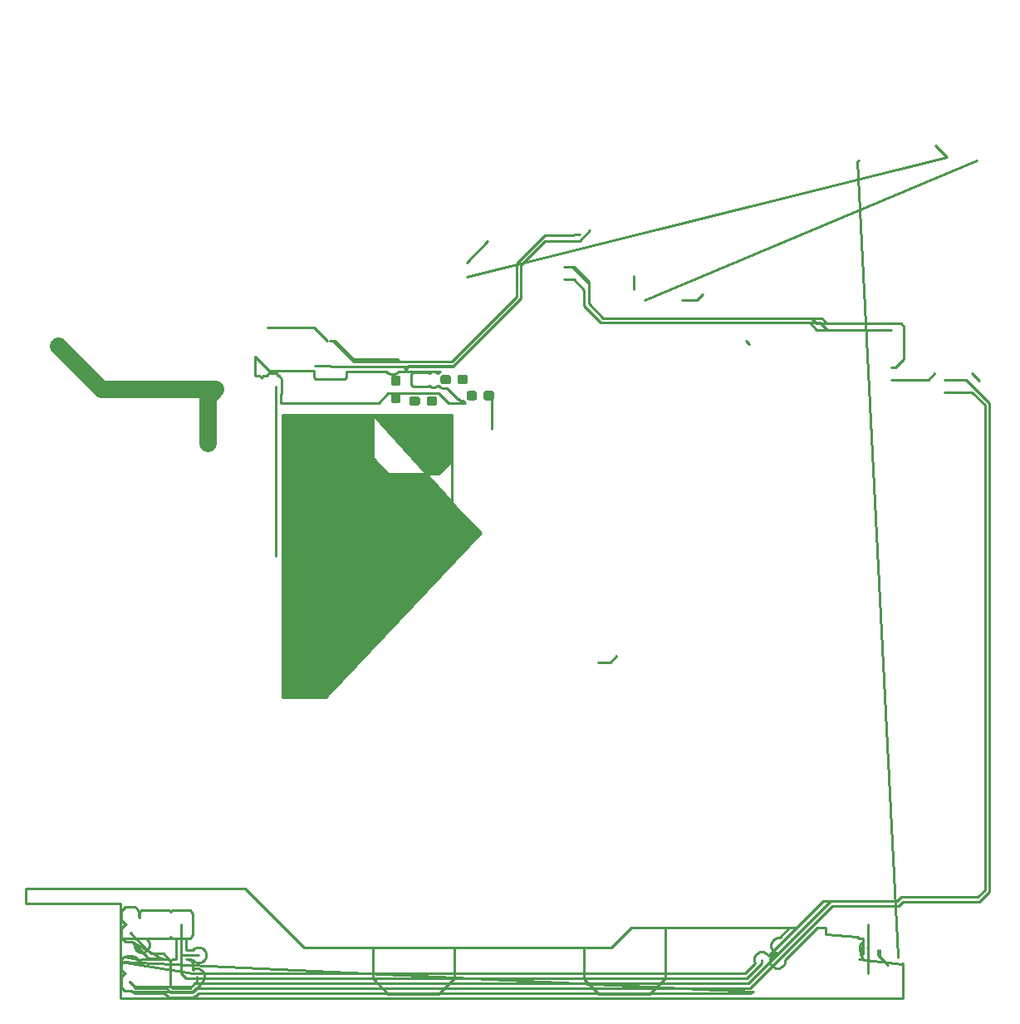
<source format=gbr>
From a5e2087555c84d14ad58ee689e38bd64377df108 Mon Sep 17 00:00:00 2001
From: jaseg <git@jaseg.net>
Date: Thu, 31 Jan 2019 10:55:07 +0900
Subject: driver: Add mounting holes for heatsink

---
 driver/gerber/driver-F.Cu.gbr | 2508 ++++++++++++++++++++++-------------------
 1 file changed, 1372 insertions(+), 1136 deletions(-)

(limited to 'driver/gerber/driver-F.Cu.gbr')

diff --git a/driver/gerber/driver-F.Cu.gbr b/driver/gerber/driver-F.Cu.gbr
index 950c3e5..e33a53a 100644
--- a/driver/gerber/driver-F.Cu.gbr
+++ b/driver/gerber/driver-F.Cu.gbr
@@ -1,12 +1,12 @@
 G04 #@! TF.GenerationSoftware,KiCad,Pcbnew,(5.0.1)*
-G04 #@! TF.CreationDate,2019-01-31T09:46:25+09:00*
+G04 #@! TF.CreationDate,2019-01-31T10:54:59+09:00*
 G04 #@! TF.ProjectId,driver,6472697665722E6B696361645F706362,rev?*
 G04 #@! TF.SameCoordinates,Original*
 G04 #@! TF.FileFunction,Copper,L1,Top,Signal*
 G04 #@! TF.FilePolarity,Positive*
 %FSLAX46Y46*%
 G04 Gerber Fmt 4.6, Leading zero omitted, Abs format (unit mm)*
-G04 Created by KiCad (PCBNEW (5.0.1)) date Thu Jan 31 09:46:25 2019*
+G04 Created by KiCad (PCBNEW (5.0.1)) date Thu Jan 31 10:54:59 2019*
 %MOMM*%
 %LPD*%
 G01*
@@ -135,7 +135,10 @@ G04 #@! TA.AperFunction,Conductor*
 %ADD50C,0.250000*%
 G04 #@! TD*
 G04 #@! TA.AperFunction,Conductor*
-%ADD51C,0.254000*%
+%ADD51C,1.800000*%
+G04 #@! TD*
+G04 #@! TA.AperFunction,Conductor*
+%ADD52C,0.254000*%
 G04 #@! TD*
 G04 APERTURE END LIST*
 D10*
@@ -740,14 +743,14 @@ G04 #@! TO.P,C20,1*
 G04 #@! TO.N,GND*
 X112550000Y-80450000D03*
 G04 #@! TD*
-D22*
 G04 #@! TO.P,C21,2*
 G04 #@! TO.N,GND*
-X106200000Y-91550000D03*
+X108850000Y-91500000D03*
 G04 #@! TO.P,C21,1*
 G04 #@! TO.N,/VIN_MON*
-X106200000Y-93450000D03*
+X110750000Y-91500000D03*
 G04 #@! TD*
+D22*
 G04 #@! TO.P,C22,1*
 G04 #@! TO.N,/XT2*
 X109200000Y-77000000D03*
@@ -1537,322 +1540,322 @@ D14*
 G04 #@! TO.N,/VIN_MON*
 G04 #@! TO.C,R8*
 G36*
-X110435779Y-93226144D02*
-X110458834Y-93229563D01*
-X110481443Y-93235227D01*
-X110503387Y-93243079D01*
-X110524457Y-93253044D01*
-X110544448Y-93265026D01*
-X110563168Y-93278910D01*
-X110580438Y-93294562D01*
-X110596090Y-93311832D01*
-X110609974Y-93330552D01*
-X110621956Y-93350543D01*
-X110631921Y-93371613D01*
-X110639773Y-93393557D01*
-X110645437Y-93416166D01*
-X110648856Y-93439221D01*
-X110650000Y-93462500D01*
-X110650000Y-93937500D01*
-X110648856Y-93960779D01*
-X110645437Y-93983834D01*
-X110639773Y-94006443D01*
-X110631921Y-94028387D01*
-X110621956Y-94049457D01*
-X110609974Y-94069448D01*
-X110596090Y-94088168D01*
-X110580438Y-94105438D01*
-X110563168Y-94121090D01*
-X110544448Y-94134974D01*
-X110524457Y-94146956D01*
-X110503387Y-94156921D01*
-X110481443Y-94164773D01*
-X110458834Y-94170437D01*
-X110435779Y-94173856D01*
-X110412500Y-94175000D01*
-X109837500Y-94175000D01*
-X109814221Y-94173856D01*
-X109791166Y-94170437D01*
-X109768557Y-94164773D01*
-X109746613Y-94156921D01*
-X109725543Y-94146956D01*
-X109705552Y-94134974D01*
-X109686832Y-94121090D01*
-X109669562Y-94105438D01*
-X109653910Y-94088168D01*
-X109640026Y-94069448D01*
-X109628044Y-94049457D01*
-X109618079Y-94028387D01*
-X109610227Y-94006443D01*
-X109604563Y-93983834D01*
-X109601144Y-93960779D01*
-X109600000Y-93937500D01*
-X109600000Y-93462500D01*
-X109601144Y-93439221D01*
-X109604563Y-93416166D01*
-X109610227Y-93393557D01*
-X109618079Y-93371613D01*
-X109628044Y-93350543D01*
-X109640026Y-93330552D01*
-X109653910Y-93311832D01*
-X109669562Y-93294562D01*
-X109686832Y-93278910D01*
-X109705552Y-93265026D01*
-X109725543Y-93253044D01*
-X109746613Y-93243079D01*
-X109768557Y-93235227D01*
-X109791166Y-93229563D01*
-X109814221Y-93226144D01*
-X109837500Y-93225000D01*
-X110412500Y-93225000D01*
-X110435779Y-93226144D01*
-X110435779Y-93226144D01*
+X116235779Y-92676144D02*
+X116258834Y-92679563D01*
+X116281443Y-92685227D01*
+X116303387Y-92693079D01*
+X116324457Y-92703044D01*
+X116344448Y-92715026D01*
+X116363168Y-92728910D01*
+X116380438Y-92744562D01*
+X116396090Y-92761832D01*
+X116409974Y-92780552D01*
+X116421956Y-92800543D01*
+X116431921Y-92821613D01*
+X116439773Y-92843557D01*
+X116445437Y-92866166D01*
+X116448856Y-92889221D01*
+X116450000Y-92912500D01*
+X116450000Y-93387500D01*
+X116448856Y-93410779D01*
+X116445437Y-93433834D01*
+X116439773Y-93456443D01*
+X116431921Y-93478387D01*
+X116421956Y-93499457D01*
+X116409974Y-93519448D01*
+X116396090Y-93538168D01*
+X116380438Y-93555438D01*
+X116363168Y-93571090D01*
+X116344448Y-93584974D01*
+X116324457Y-93596956D01*
+X116303387Y-93606921D01*
+X116281443Y-93614773D01*
+X116258834Y-93620437D01*
+X116235779Y-93623856D01*
+X116212500Y-93625000D01*
+X115637500Y-93625000D01*
+X115614221Y-93623856D01*
+X115591166Y-93620437D01*
+X115568557Y-93614773D01*
+X115546613Y-93606921D01*
+X115525543Y-93596956D01*
+X115505552Y-93584974D01*
+X115486832Y-93571090D01*
+X115469562Y-93555438D01*
+X115453910Y-93538168D01*
+X115440026Y-93519448D01*
+X115428044Y-93499457D01*
+X115418079Y-93478387D01*
+X115410227Y-93456443D01*
+X115404563Y-93433834D01*
+X115401144Y-93410779D01*
+X115400000Y-93387500D01*
+X115400000Y-92912500D01*
+X115401144Y-92889221D01*
+X115404563Y-92866166D01*
+X115410227Y-92843557D01*
+X115418079Y-92821613D01*
+X115428044Y-92800543D01*
+X115440026Y-92780552D01*
+X115453910Y-92761832D01*
+X115469562Y-92744562D01*
+X115486832Y-92728910D01*
+X115505552Y-92715026D01*
+X115525543Y-92703044D01*
+X115546613Y-92693079D01*
+X115568557Y-92685227D01*
+X115591166Y-92679563D01*
+X115614221Y-92676144D01*
+X115637500Y-92675000D01*
+X116212500Y-92675000D01*
+X116235779Y-92676144D01*
+X116235779Y-92676144D01*
 G37*
 D15*
 G04 #@! TD*
 G04 #@! TO.P,R8,2*
 G04 #@! TO.N,/VIN_MON*
-X110125000Y-93700000D03*
+X115925000Y-93150000D03*
 D14*
 G04 #@! TO.N,/VIN*
 G04 #@! TO.C,R8*
 G36*
-X112185779Y-93226144D02*
-X112208834Y-93229563D01*
-X112231443Y-93235227D01*
-X112253387Y-93243079D01*
-X112274457Y-93253044D01*
-X112294448Y-93265026D01*
-X112313168Y-93278910D01*
-X112330438Y-93294562D01*
-X112346090Y-93311832D01*
-X112359974Y-93330552D01*
-X112371956Y-93350543D01*
-X112381921Y-93371613D01*
-X112389773Y-93393557D01*
-X112395437Y-93416166D01*
-X112398856Y-93439221D01*
-X112400000Y-93462500D01*
-X112400000Y-93937500D01*
-X112398856Y-93960779D01*
-X112395437Y-93983834D01*
-X112389773Y-94006443D01*
-X112381921Y-94028387D01*
-X112371956Y-94049457D01*
-X112359974Y-94069448D01*
-X112346090Y-94088168D01*
-X112330438Y-94105438D01*
-X112313168Y-94121090D01*
-X112294448Y-94134974D01*
-X112274457Y-94146956D01*
-X112253387Y-94156921D01*
-X112231443Y-94164773D01*
-X112208834Y-94170437D01*
-X112185779Y-94173856D01*
-X112162500Y-94175000D01*
-X111587500Y-94175000D01*
-X111564221Y-94173856D01*
-X111541166Y-94170437D01*
-X111518557Y-94164773D01*
-X111496613Y-94156921D01*
-X111475543Y-94146956D01*
-X111455552Y-94134974D01*
-X111436832Y-94121090D01*
-X111419562Y-94105438D01*
-X111403910Y-94088168D01*
-X111390026Y-94069448D01*
-X111378044Y-94049457D01*
-X111368079Y-94028387D01*
-X111360227Y-94006443D01*
-X111354563Y-93983834D01*
-X111351144Y-93960779D01*
-X111350000Y-93937500D01*
-X111350000Y-93462500D01*
-X111351144Y-93439221D01*
-X111354563Y-93416166D01*
-X111360227Y-93393557D01*
-X111368079Y-93371613D01*
-X111378044Y-93350543D01*
-X111390026Y-93330552D01*
-X111403910Y-93311832D01*
-X111419562Y-93294562D01*
-X111436832Y-93278910D01*
-X111455552Y-93265026D01*
-X111475543Y-93253044D01*
-X111496613Y-93243079D01*
-X111518557Y-93235227D01*
-X111541166Y-93229563D01*
-X111564221Y-93226144D01*
-X111587500Y-93225000D01*
-X112162500Y-93225000D01*
-X112185779Y-93226144D01*
-X112185779Y-93226144D01*
+X117985779Y-92676144D02*
+X118008834Y-92679563D01*
+X118031443Y-92685227D01*
+X118053387Y-92693079D01*
+X118074457Y-92703044D01*
+X118094448Y-92715026D01*
+X118113168Y-92728910D01*
+X118130438Y-92744562D01*
+X118146090Y-92761832D01*
+X118159974Y-92780552D01*
+X118171956Y-92800543D01*
+X118181921Y-92821613D01*
+X118189773Y-92843557D01*
+X118195437Y-92866166D01*
+X118198856Y-92889221D01*
+X118200000Y-92912500D01*
+X118200000Y-93387500D01*
+X118198856Y-93410779D01*
+X118195437Y-93433834D01*
+X118189773Y-93456443D01*
+X118181921Y-93478387D01*
+X118171956Y-93499457D01*
+X118159974Y-93519448D01*
+X118146090Y-93538168D01*
+X118130438Y-93555438D01*
+X118113168Y-93571090D01*
+X118094448Y-93584974D01*
+X118074457Y-93596956D01*
+X118053387Y-93606921D01*
+X118031443Y-93614773D01*
+X118008834Y-93620437D01*
+X117985779Y-93623856D01*
+X117962500Y-93625000D01*
+X117387500Y-93625000D01*
+X117364221Y-93623856D01*
+X117341166Y-93620437D01*
+X117318557Y-93614773D01*
+X117296613Y-93606921D01*
+X117275543Y-93596956D01*
+X117255552Y-93584974D01*
+X117236832Y-93571090D01*
+X117219562Y-93555438D01*
+X117203910Y-93538168D01*
+X117190026Y-93519448D01*
+X117178044Y-93499457D01*
+X117168079Y-93478387D01*
+X117160227Y-93456443D01*
+X117154563Y-93433834D01*
+X117151144Y-93410779D01*
+X117150000Y-93387500D01*
+X117150000Y-92912500D01*
+X117151144Y-92889221D01*
+X117154563Y-92866166D01*
+X117160227Y-92843557D01*
+X117168079Y-92821613D01*
+X117178044Y-92800543D01*
+X117190026Y-92780552D01*
+X117203910Y-92761832D01*
+X117219562Y-92744562D01*
+X117236832Y-92728910D01*
+X117255552Y-92715026D01*
+X117275543Y-92703044D01*
+X117296613Y-92693079D01*
+X117318557Y-92685227D01*
+X117341166Y-92679563D01*
+X117364221Y-92676144D01*
+X117387500Y-92675000D01*
+X117962500Y-92675000D01*
+X117985779Y-92676144D01*
+X117985779Y-92676144D01*
 G37*
 D15*
 G04 #@! TD*
 G04 #@! TO.P,R8,1*
 G04 #@! TO.N,/VIN*
-X111875000Y-93700000D03*
+X117675000Y-93150000D03*
 D14*
 G04 #@! TO.N,GND*
 G04 #@! TO.C,R9*
 G36*
-X108460779Y-91101144D02*
-X108483834Y-91104563D01*
-X108506443Y-91110227D01*
-X108528387Y-91118079D01*
-X108549457Y-91128044D01*
-X108569448Y-91140026D01*
-X108588168Y-91153910D01*
-X108605438Y-91169562D01*
-X108621090Y-91186832D01*
-X108634974Y-91205552D01*
-X108646956Y-91225543D01*
-X108656921Y-91246613D01*
-X108664773Y-91268557D01*
-X108670437Y-91291166D01*
-X108673856Y-91314221D01*
-X108675000Y-91337500D01*
-X108675000Y-91912500D01*
-X108673856Y-91935779D01*
-X108670437Y-91958834D01*
-X108664773Y-91981443D01*
-X108656921Y-92003387D01*
-X108646956Y-92024457D01*
-X108634974Y-92044448D01*
-X108621090Y-92063168D01*
-X108605438Y-92080438D01*
-X108588168Y-92096090D01*
-X108569448Y-92109974D01*
-X108549457Y-92121956D01*
-X108528387Y-92131921D01*
-X108506443Y-92139773D01*
-X108483834Y-92145437D01*
-X108460779Y-92148856D01*
-X108437500Y-92150000D01*
-X107962500Y-92150000D01*
-X107939221Y-92148856D01*
-X107916166Y-92145437D01*
-X107893557Y-92139773D01*
-X107871613Y-92131921D01*
-X107850543Y-92121956D01*
-X107830552Y-92109974D01*
-X107811832Y-92096090D01*
-X107794562Y-92080438D01*
-X107778910Y-92063168D01*
-X107765026Y-92044448D01*
-X107753044Y-92024457D01*
-X107743079Y-92003387D01*
-X107735227Y-91981443D01*
-X107729563Y-91958834D01*
-X107726144Y-91935779D01*
-X107725000Y-91912500D01*
-X107725000Y-91337500D01*
-X107726144Y-91314221D01*
-X107729563Y-91291166D01*
-X107735227Y-91268557D01*
-X107743079Y-91246613D01*
-X107753044Y-91225543D01*
-X107765026Y-91205552D01*
-X107778910Y-91186832D01*
-X107794562Y-91169562D01*
-X107811832Y-91153910D01*
-X107830552Y-91140026D01*
-X107850543Y-91128044D01*
-X107871613Y-91118079D01*
-X107893557Y-91110227D01*
-X107916166Y-91104563D01*
-X107939221Y-91101144D01*
-X107962500Y-91100000D01*
-X108437500Y-91100000D01*
-X108460779Y-91101144D01*
-X108460779Y-91101144D01*
+X115335779Y-91026144D02*
+X115358834Y-91029563D01*
+X115381443Y-91035227D01*
+X115403387Y-91043079D01*
+X115424457Y-91053044D01*
+X115444448Y-91065026D01*
+X115463168Y-91078910D01*
+X115480438Y-91094562D01*
+X115496090Y-91111832D01*
+X115509974Y-91130552D01*
+X115521956Y-91150543D01*
+X115531921Y-91171613D01*
+X115539773Y-91193557D01*
+X115545437Y-91216166D01*
+X115548856Y-91239221D01*
+X115550000Y-91262500D01*
+X115550000Y-91737500D01*
+X115548856Y-91760779D01*
+X115545437Y-91783834D01*
+X115539773Y-91806443D01*
+X115531921Y-91828387D01*
+X115521956Y-91849457D01*
+X115509974Y-91869448D01*
+X115496090Y-91888168D01*
+X115480438Y-91905438D01*
+X115463168Y-91921090D01*
+X115444448Y-91934974D01*
+X115424457Y-91946956D01*
+X115403387Y-91956921D01*
+X115381443Y-91964773D01*
+X115358834Y-91970437D01*
+X115335779Y-91973856D01*
+X115312500Y-91975000D01*
+X114737500Y-91975000D01*
+X114714221Y-91973856D01*
+X114691166Y-91970437D01*
+X114668557Y-91964773D01*
+X114646613Y-91956921D01*
+X114625543Y-91946956D01*
+X114605552Y-91934974D01*
+X114586832Y-91921090D01*
+X114569562Y-91905438D01*
+X114553910Y-91888168D01*
+X114540026Y-91869448D01*
+X114528044Y-91849457D01*
+X114518079Y-91828387D01*
+X114510227Y-91806443D01*
+X114504563Y-91783834D01*
+X114501144Y-91760779D01*
+X114500000Y-91737500D01*
+X114500000Y-91262500D01*
+X114501144Y-91239221D01*
+X114504563Y-91216166D01*
+X114510227Y-91193557D01*
+X114518079Y-91171613D01*
+X114528044Y-91150543D01*
+X114540026Y-91130552D01*
+X114553910Y-91111832D01*
+X114569562Y-91094562D01*
+X114586832Y-91078910D01*
+X114605552Y-91065026D01*
+X114625543Y-91053044D01*
+X114646613Y-91043079D01*
+X114668557Y-91035227D01*
+X114691166Y-91029563D01*
+X114714221Y-91026144D01*
+X114737500Y-91025000D01*
+X115312500Y-91025000D01*
+X115335779Y-91026144D01*
+X115335779Y-91026144D01*
 G37*
 D15*
 G04 #@! TD*
 G04 #@! TO.P,R9,1*
 G04 #@! TO.N,GND*
-X108200000Y-91625000D03*
+X115025000Y-91500000D03*
 D14*
 G04 #@! TO.N,/VIN_MON*
 G04 #@! TO.C,R9*
 G36*
-X108460779Y-92851144D02*
-X108483834Y-92854563D01*
-X108506443Y-92860227D01*
-X108528387Y-92868079D01*
-X108549457Y-92878044D01*
-X108569448Y-92890026D01*
-X108588168Y-92903910D01*
-X108605438Y-92919562D01*
-X108621090Y-92936832D01*
-X108634974Y-92955552D01*
-X108646956Y-92975543D01*
-X108656921Y-92996613D01*
-X108664773Y-93018557D01*
-X108670437Y-93041166D01*
-X108673856Y-93064221D01*
-X108675000Y-93087500D01*
-X108675000Y-93662500D01*
-X108673856Y-93685779D01*
-X108670437Y-93708834D01*
-X108664773Y-93731443D01*
-X108656921Y-93753387D01*
-X108646956Y-93774457D01*
-X108634974Y-93794448D01*
-X108621090Y-93813168D01*
-X108605438Y-93830438D01*
-X108588168Y-93846090D01*
-X108569448Y-93859974D01*
-X108549457Y-93871956D01*
-X108528387Y-93881921D01*
-X108506443Y-93889773D01*
-X108483834Y-93895437D01*
-X108460779Y-93898856D01*
-X108437500Y-93900000D01*
-X107962500Y-93900000D01*
-X107939221Y-93898856D01*
-X107916166Y-93895437D01*
-X107893557Y-93889773D01*
-X107871613Y-93881921D01*
-X107850543Y-93871956D01*
-X107830552Y-93859974D01*
-X107811832Y-93846090D01*
-X107794562Y-93830438D01*
-X107778910Y-93813168D01*
-X107765026Y-93794448D01*
-X107753044Y-93774457D01*
-X107743079Y-93753387D01*
-X107735227Y-93731443D01*
-X107729563Y-93708834D01*
-X107726144Y-93685779D01*
-X107725000Y-93662500D01*
-X107725000Y-93087500D01*
-X107726144Y-93064221D01*
-X107729563Y-93041166D01*
-X107735227Y-93018557D01*
-X107743079Y-92996613D01*
-X107753044Y-92975543D01*
-X107765026Y-92955552D01*
-X107778910Y-92936832D01*
-X107794562Y-92919562D01*
-X107811832Y-92903910D01*
-X107830552Y-92890026D01*
-X107850543Y-92878044D01*
-X107871613Y-92868079D01*
-X107893557Y-92860227D01*
-X107916166Y-92854563D01*
-X107939221Y-92851144D01*
-X107962500Y-92850000D01*
-X108437500Y-92850000D01*
-X108460779Y-92851144D01*
-X108460779Y-92851144D01*
+X113585779Y-91026144D02*
+X113608834Y-91029563D01*
+X113631443Y-91035227D01*
+X113653387Y-91043079D01*
+X113674457Y-91053044D01*
+X113694448Y-91065026D01*
+X113713168Y-91078910D01*
+X113730438Y-91094562D01*
+X113746090Y-91111832D01*
+X113759974Y-91130552D01*
+X113771956Y-91150543D01*
+X113781921Y-91171613D01*
+X113789773Y-91193557D01*
+X113795437Y-91216166D01*
+X113798856Y-91239221D01*
+X113800000Y-91262500D01*
+X113800000Y-91737500D01*
+X113798856Y-91760779D01*
+X113795437Y-91783834D01*
+X113789773Y-91806443D01*
+X113781921Y-91828387D01*
+X113771956Y-91849457D01*
+X113759974Y-91869448D01*
+X113746090Y-91888168D01*
+X113730438Y-91905438D01*
+X113713168Y-91921090D01*
+X113694448Y-91934974D01*
+X113674457Y-91946956D01*
+X113653387Y-91956921D01*
+X113631443Y-91964773D01*
+X113608834Y-91970437D01*
+X113585779Y-91973856D01*
+X113562500Y-91975000D01*
+X112987500Y-91975000D01*
+X112964221Y-91973856D01*
+X112941166Y-91970437D01*
+X112918557Y-91964773D01*
+X112896613Y-91956921D01*
+X112875543Y-91946956D01*
+X112855552Y-91934974D01*
+X112836832Y-91921090D01*
+X112819562Y-91905438D01*
+X112803910Y-91888168D01*
+X112790026Y-91869448D01*
+X112778044Y-91849457D01*
+X112768079Y-91828387D01*
+X112760227Y-91806443D01*
+X112754563Y-91783834D01*
+X112751144Y-91760779D01*
+X112750000Y-91737500D01*
+X112750000Y-91262500D01*
+X112751144Y-91239221D01*
+X112754563Y-91216166D01*
+X112760227Y-91193557D01*
+X112768079Y-91171613D01*
+X112778044Y-91150543D01*
+X112790026Y-91130552D01*
+X112803910Y-91111832D01*
+X112819562Y-91094562D01*
+X112836832Y-91078910D01*
+X112855552Y-91065026D01*
+X112875543Y-91053044D01*
+X112896613Y-91043079D01*
+X112918557Y-91035227D01*
+X112941166Y-91029563D01*
+X112964221Y-91026144D01*
+X112987500Y-91025000D01*
+X113562500Y-91025000D01*
+X113585779Y-91026144D01*
+X113585779Y-91026144D01*
 G37*
 D15*
 G04 #@! TD*
 G04 #@! TO.P,R9,2*
 G04 #@! TO.N,/VIN_MON*
-X108200000Y-93375000D03*
+X113275000Y-91500000D03*
 D14*
 G04 #@! TO.N,+3V3*
 G04 #@! TO.C,R10*
@@ -6269,7 +6272,6 @@ X89000000Y-115500000D03*
 X89000000Y-118000000D03*
 X89000000Y-120500000D03*
 X91500000Y-145500000D03*
-X138150000Y-149900000D03*
 X86500000Y-74750000D03*
 X86750000Y-82750000D03*
 X139500000Y-90000000D03*
@@ -6298,7 +6300,6 @@ X117100000Y-73100000D03*
 X165500000Y-83500000D03*
 X161900000Y-84500000D03*
 X156900000Y-88500000D03*
-X149600000Y-93200000D03*
 X158600000Y-78100000D03*
 X162700000Y-78100000D03*
 X123600000Y-73400000D03*
@@ -6330,7 +6331,6 @@ X122100000Y-76000000D03*
 X121300000Y-77000000D03*
 X122100000Y-77000000D03*
 X123600000Y-79100000D03*
-X122700000Y-79100000D03*
 X121900000Y-83100000D03*
 X124300000Y-84600000D03*
 X122700000Y-83100000D03*
@@ -6338,19 +6338,24 @@ X122600000Y-86600000D03*
 X156900000Y-89500000D03*
 X165500000Y-82600000D03*
 X120100000Y-89900000D03*
-X124300000Y-90374990D03*
 X156900000Y-84600000D03*
+X124300000Y-89874990D03*
+X150312660Y-91474990D03*
+X140300000Y-149900000D03*
+X150300000Y-148700000D03*
+X122712660Y-79112660D03*
+X105250000Y-92750000D03*
 G04 #@! TO.N,+3V3*
-X156250000Y-149400000D03*
 X117200000Y-79000000D03*
 X129600000Y-77300000D03*
 X158989324Y-143889324D03*
-X145500000Y-150600000D03*
+X88087339Y-150112659D03*
+X156330000Y-149900000D03*
 G04 #@! TO.N,/VIN_MON*
 X126600000Y-82700000D03*
 X119300000Y-82900000D03*
-X105300000Y-88700000D03*
-X109558672Y-92725010D03*
+X112000000Y-91500000D03*
+X111900000Y-88900000D03*
 G04 #@! TO.N,/ISO_5V*
 X154000000Y-77500000D03*
 G04 #@! TO.N,/ISO_GND*
@@ -6557,10 +6562,10 @@ G04 #@! TO.N,/BUS_VCC*
 X148650000Y-76910249D03*
 G04 #@! TO.N,/SDA*
 X131100000Y-120400000D03*
-X107500000Y-89474990D03*
+X105950000Y-89400000D03*
 G04 #@! TO.N,/SCL*
-X109312653Y-90387347D03*
 X166500000Y-94800000D03*
+X107850000Y-90200000D03*
 G04 #@! TO.N,/DE*
 X127956666Y-80386667D03*
 X117187342Y-80012661D03*
@@ -6569,9 +6574,15 @@ X143000000Y-73000000D03*
 G04 #@! TO.N,/SLED1*
 X168750000Y-91050000D03*
 X159344239Y-150375010D03*
+G04 #@! TO.N,/SLED2*
+X87900000Y-152300000D03*
+X147086411Y-150700000D03*
+G04 #@! TO.N,/SLED3*
+X82300000Y-149075000D03*
+X147237002Y-149149989D03*
 G04 #@! TO.N,/SLED4*
 X167650000Y-91600000D03*
-X157350000Y-149650000D03*
+X157484796Y-149626213D03*
 G04 #@! TD*
 D47*
 G04 #@! TO.N,+VSW*
@@ -6635,9 +6646,6 @@ X97300000Y-70284998D02*
 X96815002Y-69800000D01*
 X97300000Y-71250000D02*
 X97300000Y-70284998D01*
-D49*
-X73800000Y-88100000D02*
-X73800000Y-95800000D01*
 D50*
 X144200000Y-87900000D02*
 X143900000Y-87600000D01*
@@ -6738,6 +6746,15 @@ X138900000Y-83400000D02*
 X139500000Y-82800000D01*
 X137375000Y-83400000D02*
 X138900000Y-83400000D01*
+D51*
+X73800000Y-88100000D02*
+X78200000Y-92500000D01*
+X78200000Y-92500000D02*
+X89800000Y-92500000D01*
+X89000000Y-93300000D02*
+X89000000Y-98000000D01*
+X89800000Y-92500000D02*
+X89000000Y-93300000D01*
 D47*
 G04 #@! TO.N,Net-(C3-Pad1)*
 X97300000Y-66320000D02*
@@ -6837,14 +6854,6 @@ X93700000Y-92500000D01*
 D50*
 X86330000Y-147000000D02*
 X86330000Y-152000000D01*
-X156330000Y-149320000D02*
-X156250000Y-149400000D01*
-X156330000Y-147000000D02*
-X156330000Y-149320000D01*
-X156330000Y-149480000D02*
-X156250000Y-149400000D01*
-X156330000Y-152000000D02*
-X156330000Y-149480000D01*
 D47*
 X93200000Y-79950000D02*
 X93350000Y-79800000D01*
@@ -7045,14 +7054,14 @@ X162050001Y-82949999D01*
 X162050001Y-82949999D02*
 X159825000Y-85175000D01*
 D50*
-X145500000Y-151000000D02*
-X145500000Y-150600000D01*
-X144000000Y-152500000D02*
-X145500000Y-151000000D01*
-X86330000Y-152000000D02*
-X86830000Y-152500000D01*
-X86830000Y-152500000D02*
-X144000000Y-152500000D01*
+X86330000Y-150112659D02*
+X88087339Y-150112659D01*
+X86330000Y-147000000D02*
+X86330000Y-150112659D01*
+X156330000Y-152000000D02*
+X156330000Y-149900000D01*
+X156330000Y-147000000D02*
+X156330000Y-149900000D01*
 D49*
 G04 #@! TO.N,Net-(C15-Pad1)*
 X78800000Y-88100000D02*
@@ -7073,44 +7082,38 @@ X119450000Y-81325000D02*
 X119450000Y-82750000D01*
 X119450000Y-82750000D02*
 X119300000Y-82900000D01*
-X108125000Y-93450000D02*
-X108200000Y-93375000D01*
-X106200000Y-93450000D02*
-X108125000Y-93450000D01*
-X109800000Y-93375000D02*
-X110125000Y-93700000D01*
-X108200000Y-93375000D02*
-X109800000Y-93375000D01*
-X109558672Y-93133672D02*
-X109558672Y-92725010D01*
-X110125000Y-93700000D02*
-X109558672Y-93133672D01*
-X108000000Y-88700000D02*
-X105300000Y-88700000D01*
-X108499980Y-89199980D02*
-X108000000Y-88700000D01*
-X113700020Y-89199980D02*
-X108499980Y-89199980D01*
-X119300000Y-82900000D02*
-X119300000Y-83600000D01*
-X119300000Y-83600000D02*
-X113700020Y-89199980D01*
-X126600000Y-83265685D02*
-X126600000Y-82700000D01*
-X157515000Y-87715000D02*
-X156700000Y-86900000D01*
-X158700000Y-87715000D02*
-X157515000Y-87715000D01*
-X156700000Y-86900000D02*
-X150927180Y-86900000D01*
-X150927180Y-86900000D02*
-X150177212Y-86150032D01*
-X150177212Y-86150032D02*
-X128750032Y-86150032D01*
 X126600000Y-84000000D02*
 X126600000Y-83265685D01*
 X128750032Y-86150032D02*
 X126600000Y-84000000D01*
+X151250032Y-86150032D02*
+X128750032Y-86150032D01*
+X152000000Y-86900000D02*
+X151250032Y-86150032D01*
+X156700000Y-86900000D02*
+X152000000Y-86900000D01*
+X157515000Y-87715000D02*
+X156700000Y-86900000D01*
+X126600000Y-83265685D02*
+X126600000Y-82700000D01*
+X158700000Y-87715000D02*
+X157515000Y-87715000D01*
+X114925000Y-93150000D02*
+X113275000Y-91500000D01*
+X115925000Y-93150000D02*
+X114925000Y-93150000D01*
+X113275000Y-91500000D02*
+X112000000Y-91500000D01*
+X112000000Y-91500000D02*
+X110750000Y-91500000D01*
+X112150000Y-89150000D02*
+X111900000Y-88900000D01*
+X119300000Y-82900000D02*
+X119300000Y-83600000D01*
+X113750000Y-89150000D02*
+X112150000Y-89150000D01*
+X119300000Y-83600000D02*
+X113750000Y-89150000D01*
 D48*
 G04 #@! TO.N,Net-(D1-Pad2)*
 X91900000Y-71250000D02*
@@ -7258,12 +7261,6 @@ X95000000Y-92200000D02*
 X95000000Y-93750000D01*
 X95000000Y-93750000D02*
 X94750000Y-94000000D01*
-X113400000Y-93700000D02*
-X111875000Y-93700000D01*
-X118000000Y-96500000D02*
-X116200000Y-96500000D01*
-X116200000Y-96500000D02*
-X113400000Y-93700000D01*
 D49*
 X73750000Y-70650000D02*
 X82762500Y-70650000D01*
@@ -7276,6 +7273,10 @@ X75000000Y-124100000D01*
 X75000000Y-124100000D02*
 X71712500Y-120812500D01*
 D50*
+X118000000Y-93475000D02*
+X117675000Y-93150000D01*
+X118000000Y-96500000D02*
+X118000000Y-93475000D01*
 G04 #@! TO.N,/GND_MEAS*
 X96000000Y-92200000D02*
 X96000000Y-109500000D01*
@@ -7469,30 +7470,6 @@ X99840000Y-86200000D02*
 X101200000Y-87560000D01*
 X95150000Y-86200000D02*
 X99840000Y-86200000D01*
-X101500000Y-87560000D02*
-X101800000Y-87560000D01*
-X101800000Y-87560000D02*
-X103889990Y-89649990D01*
-X103889990Y-89649990D02*
-X106400000Y-89649990D01*
-X107275000Y-89474990D02*
-X107500000Y-89474990D01*
-X106400000Y-89649990D02*
-X107100000Y-89649990D01*
-X107100000Y-89649990D02*
-X107275000Y-89474990D01*
-X120500001Y-83036410D02*
-X120500001Y-79663588D01*
-X124375000Y-76775000D02*
-X125350000Y-76775000D01*
-X106400000Y-89649990D02*
-X113886422Y-89649989D01*
-X113886422Y-89649989D02*
-X120500001Y-83036410D01*
-X123388589Y-76775000D02*
-X124375000Y-76775000D01*
-X120500001Y-79663588D02*
-X123388589Y-76775000D01*
 X126325000Y-76775000D02*
 X125350000Y-76775000D01*
 X126300000Y-73600000D02*
@@ -7507,6 +7484,30 @@ X126935001Y-76764999D02*
 X126335001Y-76764999D01*
 X126335001Y-76764999D02*
 X126325000Y-76775000D01*
+X124375000Y-76775000D02*
+X125350000Y-76775000D01*
+X123388589Y-76775000D02*
+X124375000Y-76775000D01*
+X108350000Y-89400000D02*
+X108599989Y-89649989D01*
+X105950000Y-89400000D02*
+X108350000Y-89400000D01*
+X108599989Y-89649989D02*
+X113886422Y-89649989D01*
+X120500001Y-79663588D02*
+X123388589Y-76775000D01*
+X113886422Y-89649989D02*
+X120500001Y-83036410D01*
+X120500001Y-83036410D02*
+X120500001Y-79663588D01*
+X106150010Y-89400000D02*
+X105950000Y-89400000D01*
+X103850000Y-89400000D02*
+X106150010Y-89400000D01*
+X101500000Y-87560000D02*
+X102010000Y-87560000D01*
+X102010000Y-87560000D02*
+X103850000Y-89400000D01*
 G04 #@! TO.N,/SCL*
 X99950000Y-90100000D02*
 X101500000Y-90100000D01*
@@ -7524,28 +7525,10 @@ X126911411Y-77425000D02*
 X128000000Y-76336411D01*
 X125350000Y-77425000D02*
 X126911411Y-77425000D01*
-X109200000Y-90400000D02*
-X109300000Y-90400000D01*
-X109300000Y-90400000D02*
-X109312653Y-90387347D01*
 X101600000Y-90200000D02*
 X101500000Y-90100000D01*
-X109200000Y-90400000D02*
-X109000000Y-90200000D01*
 X109000000Y-90200000D02*
 X101600000Y-90200000D01*
-X109500000Y-90100000D02*
-X109200000Y-90400000D01*
-X114072822Y-90100000D02*
-X109500000Y-90100000D01*
-X123375000Y-77425000D02*
-X120950012Y-79849988D01*
-X120950012Y-79849988D02*
-X120950012Y-83222810D01*
-X125350000Y-77425000D02*
-X123375000Y-77425000D01*
-X120950012Y-83222810D02*
-X114072822Y-90100000D01*
 X129775000Y-120324950D02*
 X128800000Y-120324950D01*
 X167249989Y-95549989D02*
@@ -7560,6 +7543,18 @@ X130688591Y-119674999D02*
 X130038640Y-120324950D01*
 X130038640Y-120324950D02*
 X129775000Y-120324950D01*
+X120950012Y-83222810D02*
+X113972822Y-90200000D01*
+X125350000Y-77425000D02*
+X123375000Y-77425000D01*
+X113972822Y-90200000D02*
+X108415685Y-90200000D01*
+X108415685Y-90200000D02*
+X107850000Y-90200000D01*
+X123375000Y-77425000D02*
+X120950012Y-79849988D01*
+X120950012Y-79849988D02*
+X120950012Y-83222810D01*
 G04 #@! TO.N,Net-(R6-Pad1)*
 X167249989Y-69275011D02*
 X167375000Y-69150000D01*
@@ -7637,43 +7632,43 @@ X133575000Y-83400000D01*
 X132460000Y-80970000D02*
 X132460000Y-82285000D01*
 G04 #@! TO.N,/SCK*
-X127400000Y-84000000D02*
-X127399999Y-82399999D01*
+X158700000Y-86445000D02*
+X152181410Y-86445000D01*
 X126325000Y-81325000D02*
 X125350000Y-81325000D01*
-X129100022Y-85700022D02*
+X129100021Y-85700021D02*
 X127400000Y-84000000D01*
-X150363612Y-85700022D02*
-X129100022Y-85700022D01*
+X151436432Y-85700021D02*
+X129100021Y-85700021D01*
 X127399999Y-82399999D02*
 X126325000Y-81325000D01*
-X158700000Y-86445000D02*
-X151108590Y-86445000D01*
-X151108590Y-86445000D02*
-X150363612Y-85700022D01*
+X152181410Y-86445000D02*
+X151436432Y-85700021D01*
+X127400000Y-84000000D02*
+X127399999Y-82399999D01*
 G04 #@! TO.N,/MOSI*
-X150550011Y-85250011D02*
-X129350011Y-85250011D01*
-X151100000Y-85800000D02*
-X150550011Y-85250011D01*
-X158700000Y-90255000D02*
-X159150000Y-90255000D01*
-X129350011Y-85250011D02*
-X127850010Y-83750010D01*
-X160000000Y-86109998D02*
-X159690002Y-85800000D01*
-X159690002Y-85800000D02*
-X151100000Y-85800000D01*
-X126151996Y-80025000D02*
+X126325000Y-80025000D02*
 X125350000Y-80025000D01*
+X159690002Y-85800000D02*
+X152172821Y-85800000D01*
+X152172821Y-85800000D02*
+X151622832Y-85250010D01*
 X159150000Y-90255000D02*
 X160000000Y-89405000D01*
 X127850010Y-83750010D02*
-X127850010Y-81723014D01*
+X127850010Y-81550010D01*
+X129350010Y-85250010D02*
+X127850010Y-83750010D01*
+X127850010Y-81550010D02*
+X126325000Y-80025000D01*
+X158700000Y-90255000D02*
+X159150000Y-90255000D01*
+X160000000Y-86109998D02*
+X159690002Y-85800000D01*
 X160000000Y-89405000D02*
 X160000000Y-86109998D01*
-X127850010Y-81723014D02*
-X126151996Y-80025000D01*
+X151622832Y-85250010D02*
+X129350010Y-85250010D01*
 G04 #@! TO.N,/CLED1*
 X155370000Y-69150000D02*
 X155220000Y-69300000D01*
@@ -7747,69 +7742,55 @@ X159344239Y-150194239D01*
 X159344239Y-150194239D02*
 X159344239Y-150375010D01*
 G04 #@! TO.N,/SLED2*
-X84800000Y-153500000D02*
-X81675000Y-153500000D01*
-X85250011Y-153950011D02*
-X84800000Y-153500000D01*
-X144286411Y-153500000D02*
-X87851413Y-153500000D01*
-X152686400Y-145100011D02*
-X144286411Y-153500000D01*
-X159440353Y-145100011D02*
-X152686400Y-145100011D01*
-X166311410Y-91525000D02*
-X168700000Y-93913589D01*
-X168700000Y-93913589D02*
-X168700000Y-143686411D01*
+X81549072Y-153374072D02*
+X81050000Y-152875000D01*
+X87340001Y-153375001D02*
+X81550001Y-153375001D01*
+X81550001Y-153375001D02*
+X81549072Y-153374072D01*
+X87900000Y-152300000D02*
+X87900000Y-152815002D01*
+X87900000Y-152815002D02*
+X87340001Y-153375001D01*
 X164100000Y-91525000D02*
 X166311410Y-91525000D01*
-X81675000Y-153500000D02*
-X81050000Y-152875000D01*
+X147486410Y-150300001D02*
+X147086411Y-150700000D01*
+X152686400Y-145100011D02*
+X147486410Y-150300001D01*
 X159865374Y-144674990D02*
 X159440353Y-145100011D01*
-X87401402Y-153950011D02*
-X85250011Y-153950011D01*
-X87851413Y-153500000D02*
-X87401402Y-153950011D01*
 X168700000Y-143686411D02*
 X167711421Y-144674990D01*
+X166311410Y-91525000D02*
+X168700000Y-93913589D01*
+X159440353Y-145100011D02*
+X152686400Y-145100011D01*
 X167711421Y-144674990D02*
 X159865374Y-144674990D01*
+X168700000Y-93913589D02*
+X168700000Y-143686411D01*
 G04 #@! TO.N,/SLED3*
-X81599072Y-148374072D02*
-X81100000Y-147875000D01*
-X83225000Y-150000000D02*
-X81599072Y-148374072D01*
-X85245001Y-150689999D02*
-X84555002Y-150000000D01*
-X87215002Y-153500000D02*
-X85444998Y-153500000D01*
-X159253953Y-144650000D02*
-X152500000Y-144650000D01*
-X84555002Y-150000000D02*
-X83225000Y-150000000D01*
-X167525021Y-144224979D02*
-X159678974Y-144224979D01*
+X81100000Y-147875000D02*
+X82300000Y-149075000D01*
 X168249989Y-143500011D02*
 X167525021Y-144224979D01*
-X85245001Y-153300003D02*
-X85245001Y-150689999D01*
-X144100011Y-153049989D02*
-X87665013Y-153049989D01*
-X164100000Y-92795000D02*
-X166945000Y-92795000D01*
-X152500000Y-144650000D02*
-X144100011Y-153049989D01*
-X87665013Y-153049989D02*
-X87215002Y-153500000D01*
-X85444998Y-153500000D02*
-X85245001Y-153300003D01*
-X159678974Y-144224979D02*
-X159253953Y-144650000D01*
+X147637001Y-148749990D02*
+X147237002Y-149149989D01*
+X167525021Y-144224979D02*
+X159678974Y-144224979D01*
 X166945000Y-92795000D02*
 X168249989Y-94099989D01*
 X168249989Y-94099989D02*
 X168249989Y-143500011D01*
+X151736991Y-144650000D02*
+X147637001Y-148749990D01*
+X164100000Y-92795000D02*
+X166945000Y-92795000D01*
+X159253953Y-144650000D02*
+X151736991Y-144650000D01*
+X159678974Y-144224979D02*
+X159253953Y-144650000D01*
 G04 #@! TO.N,/SLED4*
 X166949999Y-90899999D02*
 X167650000Y-91600000D01*
@@ -7819,10 +7800,12 @@ X158700000Y-91525000D02*
 X162464998Y-91525000D01*
 X162464998Y-91525000D02*
 X163089999Y-90899999D01*
-X157350000Y-150125000D02*
-X158350000Y-151125000D01*
-X157350000Y-149650000D02*
-X157350000Y-150125000D01*
+X157484796Y-150259796D02*
+X157484796Y-150191898D01*
+X157484796Y-150191898D02*
+X157484796Y-149626213D01*
+X158350000Y-151125000D02*
+X157484796Y-150259796D01*
 G04 #@! TO.N,Net-(R17-Pad1)*
 X163200000Y-67650000D02*
 X164400000Y-68850000D01*
@@ -7908,7 +7891,7 @@ X115400000Y-81060002D01*
 X117575000Y-77425000D02*
 X115400000Y-79600000D01*
 G04 #@! TD*
-D51*
+D52*
 G04 #@! TO.N,/VIN*
 G36*
 X89733421Y-124266579D02*
@@ -7959,8 +7942,28 @@ X131640615Y-142330000D01*
 X131669875Y-142477098D01*
 X131753199Y-142601801D01*
 X131873000Y-142681850D01*
-X131873000Y-146947394D01*
-X129947394Y-148873000D01*
+X131873000Y-145873000D01*
+X129000000Y-145873000D01*
+X128951399Y-145882667D01*
+X128910197Y-145910197D01*
+X127410197Y-147410197D01*
+X127382667Y-147451399D01*
+X127373000Y-147500000D01*
+X127373000Y-148873000D01*
+X114127000Y-148873000D01*
+X114127000Y-147500000D01*
+X114117333Y-147451399D01*
+X114089803Y-147410197D01*
+X112589803Y-145910197D01*
+X112548601Y-145882667D01*
+X112500000Y-145873000D01*
+X107500000Y-145873000D01*
+X107451399Y-145882667D01*
+X107410197Y-145910197D01*
+X105910197Y-147410197D01*
+X105882667Y-147451399D01*
+X105873000Y-147500000D01*
+X105873000Y-148873000D01*
 X99052606Y-148873000D01*
 X93089803Y-142910197D01*
 X93048601Y-142882667D01*
@@ -8019,8 +8022,28 @@ X131640615Y-142330000D01*
 X131669875Y-142477098D01*
 X131753199Y-142601801D01*
 X131873000Y-142681850D01*
-X131873000Y-146947394D01*
-X129947394Y-148873000D01*
+X131873000Y-145873000D01*
+X129000000Y-145873000D01*
+X128951399Y-145882667D01*
+X128910197Y-145910197D01*
+X127410197Y-147410197D01*
+X127382667Y-147451399D01*
+X127373000Y-147500000D01*
+X127373000Y-148873000D01*
+X114127000Y-148873000D01*
+X114127000Y-147500000D01*
+X114117333Y-147451399D01*
+X114089803Y-147410197D01*
+X112589803Y-145910197D01*
+X112548601Y-145882667D01*
+X112500000Y-145873000D01*
+X107500000Y-145873000D01*
+X107451399Y-145882667D01*
+X107410197Y-145910197D01*
+X105910197Y-147410197D01*
+X105882667Y-147451399D01*
+X105873000Y-147500000D01*
+X105873000Y-148873000D01*
 X99052606Y-148873000D01*
 X93089803Y-142910197D01*
 X93048601Y-142882667D01*
@@ -8053,7 +8076,17 @@ X94373000Y-95127000D01*
 X94373000Y-123873000D01*
 G04 #@! TO.N,/GND_MEAS*
 G36*
-X113873000Y-104000000D02*
+X105873000Y-99500000D02*
+X105882667Y-99548601D01*
+X105910197Y-99589803D01*
+X107410197Y-101089803D01*
+X107451399Y-101117333D01*
+X107500000Y-101127000D01*
+X112500000Y-101127000D01*
+X112548601Y-101117333D01*
+X112589803Y-101089803D01*
+X113873000Y-99806606D01*
+X113873000Y-104000000D01*
 X113882667Y-104048601D01*
 X113910197Y-104089803D01*
 X116910197Y-107089803D01*
@@ -8159,11 +8192,21 @@ X101048601Y-123882667D01*
 X101000000Y-123873000D01*
 X96627000Y-123873000D01*
 X96627000Y-95127000D01*
-X113873000Y-95127000D01*
-X113873000Y-104000000D01*
-X113873000Y-104000000D01*
+X105873000Y-95127000D01*
+X105873000Y-99500000D01*
+X105873000Y-99500000D01*
 G37*
-X113873000Y-104000000D02*
+X105873000Y-99500000D02*
+X105882667Y-99548601D01*
+X105910197Y-99589803D01*
+X107410197Y-101089803D01*
+X107451399Y-101117333D01*
+X107500000Y-101127000D01*
+X112500000Y-101127000D01*
+X112548601Y-101117333D01*
+X112589803Y-101089803D01*
+X113873000Y-99806606D01*
+X113873000Y-104000000D01*
 X113882667Y-104048601D01*
 X113910197Y-104089803D01*
 X116910197Y-107089803D01*
@@ -8269,8 +8312,8 @@ X101048601Y-123882667D01*
 X101000000Y-123873000D01*
 X96627000Y-123873000D01*
 X96627000Y-95127000D01*
-X113873000Y-95127000D01*
-X113873000Y-104000000D01*
+X105873000Y-95127000D01*
+X105873000Y-99500000D01*
 G04 #@! TO.N,/VIN*
 G36*
 X131623002Y-95345445D02*
@@ -8409,12 +8452,20 @@ X136882667Y-95548601D01*
 X136910197Y-95589803D01*
 X136951399Y-95617333D01*
 X137000000Y-95627000D01*
-X149000000Y-95627000D01*
-X149048601Y-95617333D01*
-X149089803Y-95589803D01*
-X149117333Y-95548601D01*
-X149127000Y-95500000D01*
-X149127000Y-95127000D01*
+X148873000Y-95627000D01*
+X148873000Y-99500000D01*
+X148882667Y-99548601D01*
+X148910197Y-99589803D01*
+X150410197Y-101089803D01*
+X150451399Y-101117333D01*
+X150500000Y-101127000D01*
+X155500000Y-101127000D01*
+X155548601Y-101117333D01*
+X155589803Y-101089803D01*
+X157089803Y-99589803D01*
+X157117333Y-99548601D01*
+X157127000Y-99500000D01*
+X157127000Y-95127000D01*
 X165794429Y-95127000D01*
 X165841291Y-95240135D01*
 X165841291Y-95240135D01*
@@ -8475,12 +8526,20 @@ X136882667Y-95548601D01*
 X136910197Y-95589803D01*
 X136951399Y-95617333D01*
 X137000000Y-95627000D01*
-X149000000Y-95627000D01*
-X149048601Y-95617333D01*
-X149089803Y-95589803D01*
-X149117333Y-95548601D01*
-X149127000Y-95500000D01*
-X149127000Y-95127000D01*
+X148873000Y-95627000D01*
+X148873000Y-99500000D01*
+X148882667Y-99548601D01*
+X148910197Y-99589803D01*
+X150410197Y-101089803D01*
+X150451399Y-101117333D01*
+X150500000Y-101127000D01*
+X155500000Y-101127000D01*
+X155548601Y-101117333D01*
+X155589803Y-101089803D01*
+X157089803Y-99589803D01*
+X157117333Y-99548601D01*
+X157127000Y-99500000D01*
+X157127000Y-95127000D01*
 X165794429Y-95127000D01*
 X165841291Y-95240135D01*
 G04 #@! TO.N,/OUT_B*
@@ -8490,15 +8549,22 @@ X158000000Y-142873000D01*
 X157951399Y-142882667D01*
 X157910197Y-142910197D01*
 X156672394Y-144148000D01*
-X152549433Y-144148000D01*
-X152499999Y-144138167D01*
-X152450565Y-144148000D01*
-X152450561Y-144148000D01*
-X152304130Y-144177127D01*
-X152138079Y-144288079D01*
-X152110075Y-144329990D01*
-X149567065Y-146873000D01*
-X132377000Y-146873000D01*
+X151786424Y-144148000D01*
+X151736990Y-144138167D01*
+X151687556Y-144148000D01*
+X151687552Y-144148000D01*
+X151541121Y-144177127D01*
+X151541120Y-144177128D01*
+X151541119Y-144177128D01*
+X151469504Y-144224980D01*
+X151375070Y-144288079D01*
+X151347066Y-144329990D01*
+X148804057Y-146873000D01*
+X135052606Y-146873000D01*
+X134089803Y-145910197D01*
+X134048601Y-145882667D01*
+X134000000Y-145873000D01*
+X132377000Y-145873000D01*
 X132377000Y-138904385D01*
 X134975000Y-138904385D01*
 X135122098Y-138875125D01*
@@ -8556,15 +8622,22 @@ X158000000Y-142873000D01*
 X157951399Y-142882667D01*
 X157910197Y-142910197D01*
 X156672394Y-144148000D01*
-X152549433Y-144148000D01*
-X152499999Y-144138167D01*
-X152450565Y-144148000D01*
-X152450561Y-144148000D01*
-X152304130Y-144177127D01*
-X152138079Y-144288079D01*
-X152110075Y-144329990D01*
-X149567065Y-146873000D01*
-X132377000Y-146873000D01*
+X151786424Y-144148000D01*
+X151736990Y-144138167D01*
+X151687556Y-144148000D01*
+X151687552Y-144148000D01*
+X151541121Y-144177127D01*
+X151541120Y-144177128D01*
+X151541119Y-144177128D01*
+X151469504Y-144224980D01*
+X151375070Y-144288079D01*
+X151347066Y-144329990D01*
+X148804057Y-146873000D01*
+X135052606Y-146873000D01*
+X134089803Y-145910197D01*
+X134048601Y-145882667D01*
+X134000000Y-145873000D01*
+X132377000Y-145873000D01*
 X132377000Y-138904385D01*
 X134975000Y-138904385D01*
 X135122098Y-138875125D01*
@@ -8644,14 +8717,14 @@ X128700593Y-86652032D01*
 X128700597Y-86652032D01*
 X128750031Y-86661865D01*
 X128799465Y-86652032D01*
-X149969278Y-86652032D01*
-X150537255Y-87220009D01*
-X150565259Y-87261921D01*
-X150731310Y-87372873D01*
-X150877741Y-87402000D01*
-X150877746Y-87402000D01*
-X150927180Y-87411833D01*
-X150976614Y-87402000D01*
+X151042098Y-86652032D01*
+X151610075Y-87220009D01*
+X151638079Y-87261921D01*
+X151804130Y-87372873D01*
+X151950561Y-87402000D01*
+X151950566Y-87402000D01*
+X152000000Y-87411833D01*
+X152049434Y-87402000D01*
 X156492066Y-87402000D01*
 X157125075Y-88035009D01*
 X157153079Y-88076921D01*
@@ -8683,27 +8756,11 @@ X155477902Y-91794875D01*
 X155353199Y-91878199D01*
 X155269875Y-92002902D01*
 X155240615Y-92150000D01*
-X155240615Y-93350000D01*
-X155269875Y-93497098D01*
-X155353199Y-93621801D01*
-X155477902Y-93705125D01*
-X155625000Y-93734385D01*
-X156375000Y-93734385D01*
-X156522098Y-93705125D01*
-X156646801Y-93621801D01*
-X156730125Y-93497098D01*
-X156745063Y-93422000D01*
-X157760810Y-93422000D01*
-X157802902Y-93450125D01*
-X157950000Y-93479385D01*
-X159450000Y-93479385D01*
-X159597098Y-93450125D01*
-X159721801Y-93366801D01*
-X159768441Y-93297000D01*
-X162287066Y-93297000D01*
-X162810075Y-93820009D01*
-X162838079Y-93861921D01*
-X162854660Y-93873000D01*
+X155240615Y-92873000D01*
+X150500000Y-92873000D01*
+X150451399Y-92882667D01*
+X150410197Y-92910197D01*
+X149447394Y-93873000D01*
 X148701999Y-93873000D01*
 X148701999Y-91074434D01*
 X148711832Y-91024999D01*
@@ -9046,14 +9103,14 @@ X128700593Y-86652032D01*
 X128700597Y-86652032D01*
 X128750031Y-86661865D01*
 X128799465Y-86652032D01*
-X149969278Y-86652032D01*
-X150537255Y-87220009D01*
-X150565259Y-87261921D01*
-X150731310Y-87372873D01*
-X150877741Y-87402000D01*
-X150877746Y-87402000D01*
-X150927180Y-87411833D01*
-X150976614Y-87402000D01*
+X151042098Y-86652032D01*
+X151610075Y-87220009D01*
+X151638079Y-87261921D01*
+X151804130Y-87372873D01*
+X151950561Y-87402000D01*
+X151950566Y-87402000D01*
+X152000000Y-87411833D01*
+X152049434Y-87402000D01*
 X156492066Y-87402000D01*
 X157125075Y-88035009D01*
 X157153079Y-88076921D01*
@@ -9085,27 +9142,11 @@ X155477902Y-91794875D01*
 X155353199Y-91878199D01*
 X155269875Y-92002902D01*
 X155240615Y-92150000D01*
-X155240615Y-93350000D01*
-X155269875Y-93497098D01*
-X155353199Y-93621801D01*
-X155477902Y-93705125D01*
-X155625000Y-93734385D01*
-X156375000Y-93734385D01*
-X156522098Y-93705125D01*
-X156646801Y-93621801D01*
-X156730125Y-93497098D01*
-X156745063Y-93422000D01*
-X157760810Y-93422000D01*
-X157802902Y-93450125D01*
-X157950000Y-93479385D01*
-X159450000Y-93479385D01*
-X159597098Y-93450125D01*
-X159721801Y-93366801D01*
-X159768441Y-93297000D01*
-X162287066Y-93297000D01*
-X162810075Y-93820009D01*
-X162838079Y-93861921D01*
-X162854660Y-93873000D01*
+X155240615Y-92873000D01*
+X150500000Y-92873000D01*
+X150451399Y-92882667D01*
+X150410197Y-92910197D01*
+X149447394Y-93873000D01*
 X148701999Y-93873000D01*
 X148701999Y-91074434D01*
 X148711832Y-91024999D01*
@@ -9461,7 +9502,7 @@ X169203759Y-93873000D01*
 X169202000Y-93864155D01*
 X169202000Y-93864150D01*
 X169172873Y-93717719D01*
-X169109584Y-93623000D01*
+X169109498Y-93622872D01*
 X169089926Y-93593580D01*
 X169089925Y-93593579D01*
 X169061921Y-93551668D01*
@@ -10431,7 +10472,7 @@ X169203759Y-93873000D01*
 X169202000Y-93864155D01*
 X169202000Y-93864150D01*
 X169172873Y-93717719D01*
-X169109584Y-93623000D01*
+X169109498Y-93622872D01*
 X169089926Y-93593580D01*
 X169089925Y-93593579D01*
 X169061921Y-93551668D01*
@@ -11359,6 +11400,219 @@ X80127000Y-55452000D01*
 X118623000Y-55452000D01*
 X118623000Y-65500000D01*
 G36*
+X95083077Y-90420010D02*
+X95111081Y-90461921D01*
+X95277132Y-90572873D01*
+X95423563Y-90602000D01*
+X95423567Y-90602000D01*
+X95473001Y-90611833D01*
+X95522435Y-90602000D01*
+X99815615Y-90602000D01*
+X99815615Y-91100000D01*
+X99844875Y-91247098D01*
+X99928199Y-91371801D01*
+X100052902Y-91455125D01*
+X100200000Y-91484385D01*
+X102800000Y-91484385D01*
+X102947098Y-91455125D01*
+X103071801Y-91371801D01*
+X103155125Y-91247098D01*
+X103184385Y-91100000D01*
+X103184385Y-90702000D01*
+X107253156Y-90702000D01*
+X107409865Y-90858709D01*
+X107695445Y-90977000D01*
+X108004555Y-90977000D01*
+X108290135Y-90858709D01*
+X108446844Y-90702000D01*
+X112728492Y-90702000D01*
+X112547761Y-90822761D01*
+X112497230Y-90898386D01*
+X112440135Y-90841291D01*
+X112154555Y-90723000D01*
+X111845445Y-90723000D01*
+X111587098Y-90830011D01*
+X111497098Y-90769875D01*
+X111350000Y-90740615D01*
+X110150000Y-90740615D01*
+X110002902Y-90769875D01*
+X109878199Y-90853199D01*
+X109794875Y-90977902D01*
+X109765615Y-91125000D01*
+X109765615Y-91875000D01*
+X109794875Y-92022098D01*
+X109878199Y-92146801D01*
+X110002902Y-92230125D01*
+X110150000Y-92259385D01*
+X111350000Y-92259385D01*
+X111497098Y-92230125D01*
+X111587098Y-92169989D01*
+X111845445Y-92277000D01*
+X112154555Y-92277000D01*
+X112440135Y-92158709D01*
+X112497230Y-92101614D01*
+X112547761Y-92177239D01*
+X112749515Y-92312047D01*
+X112987500Y-92359385D01*
+X113424451Y-92359385D01*
+X114535075Y-93470010D01*
+X114563079Y-93511921D01*
+X114729130Y-93622873D01*
+X114875561Y-93652000D01*
+X114875565Y-93652000D01*
+X114924999Y-93661833D01*
+X114974433Y-93652000D01*
+X115080670Y-93652000D01*
+X115197761Y-93827239D01*
+X115266247Y-93873000D01*
+X113552606Y-93873000D01*
+X112589803Y-92910197D01*
+X112548601Y-92882667D01*
+X112500000Y-92873000D01*
+X107500000Y-92873000D01*
+X107451399Y-92882667D01*
+X107410197Y-92910197D01*
+X106447394Y-93873000D01*
+X96502000Y-93873000D01*
+X96502000Y-93051775D01*
+X96505125Y-93047098D01*
+X96534385Y-92900000D01*
+X96534385Y-91500000D01*
+X96505125Y-91352902D01*
+X96421801Y-91228199D01*
+X96297098Y-91144875D01*
+X96150000Y-91115615D01*
+X96127000Y-91115615D01*
+X96127000Y-91000000D01*
+X96117333Y-90951399D01*
+X96089803Y-90910197D01*
+X96048601Y-90882667D01*
+X96000000Y-90873000D01*
+X95250000Y-90873000D01*
+X95201399Y-90882667D01*
+X95160197Y-90910197D01*
+X95132667Y-90951399D01*
+X95123000Y-91000000D01*
+X95123000Y-91115615D01*
+X94850000Y-91115615D01*
+X94702902Y-91144875D01*
+X94578199Y-91228199D01*
+X94500000Y-91345232D01*
+X94421801Y-91228199D01*
+X94297098Y-91144875D01*
+X94150000Y-91115615D01*
+X93850000Y-91115615D01*
+X93827000Y-91120190D01*
+X93827000Y-89163932D01*
+X95083077Y-90420010D01*
+X95083077Y-90420010D01*
+G37*
+X95083077Y-90420010D02*
+X95111081Y-90461921D01*
+X95277132Y-90572873D01*
+X95423563Y-90602000D01*
+X95423567Y-90602000D01*
+X95473001Y-90611833D01*
+X95522435Y-90602000D01*
+X99815615Y-90602000D01*
+X99815615Y-91100000D01*
+X99844875Y-91247098D01*
+X99928199Y-91371801D01*
+X100052902Y-91455125D01*
+X100200000Y-91484385D01*
+X102800000Y-91484385D01*
+X102947098Y-91455125D01*
+X103071801Y-91371801D01*
+X103155125Y-91247098D01*
+X103184385Y-91100000D01*
+X103184385Y-90702000D01*
+X107253156Y-90702000D01*
+X107409865Y-90858709D01*
+X107695445Y-90977000D01*
+X108004555Y-90977000D01*
+X108290135Y-90858709D01*
+X108446844Y-90702000D01*
+X112728492Y-90702000D01*
+X112547761Y-90822761D01*
+X112497230Y-90898386D01*
+X112440135Y-90841291D01*
+X112154555Y-90723000D01*
+X111845445Y-90723000D01*
+X111587098Y-90830011D01*
+X111497098Y-90769875D01*
+X111350000Y-90740615D01*
+X110150000Y-90740615D01*
+X110002902Y-90769875D01*
+X109878199Y-90853199D01*
+X109794875Y-90977902D01*
+X109765615Y-91125000D01*
+X109765615Y-91875000D01*
+X109794875Y-92022098D01*
+X109878199Y-92146801D01*
+X110002902Y-92230125D01*
+X110150000Y-92259385D01*
+X111350000Y-92259385D01*
+X111497098Y-92230125D01*
+X111587098Y-92169989D01*
+X111845445Y-92277000D01*
+X112154555Y-92277000D01*
+X112440135Y-92158709D01*
+X112497230Y-92101614D01*
+X112547761Y-92177239D01*
+X112749515Y-92312047D01*
+X112987500Y-92359385D01*
+X113424451Y-92359385D01*
+X114535075Y-93470010D01*
+X114563079Y-93511921D01*
+X114729130Y-93622873D01*
+X114875561Y-93652000D01*
+X114875565Y-93652000D01*
+X114924999Y-93661833D01*
+X114974433Y-93652000D01*
+X115080670Y-93652000D01*
+X115197761Y-93827239D01*
+X115266247Y-93873000D01*
+X113552606Y-93873000D01*
+X112589803Y-92910197D01*
+X112548601Y-92882667D01*
+X112500000Y-92873000D01*
+X107500000Y-92873000D01*
+X107451399Y-92882667D01*
+X107410197Y-92910197D01*
+X106447394Y-93873000D01*
+X96502000Y-93873000D01*
+X96502000Y-93051775D01*
+X96505125Y-93047098D01*
+X96534385Y-92900000D01*
+X96534385Y-91500000D01*
+X96505125Y-91352902D01*
+X96421801Y-91228199D01*
+X96297098Y-91144875D01*
+X96150000Y-91115615D01*
+X96127000Y-91115615D01*
+X96127000Y-91000000D01*
+X96117333Y-90951399D01*
+X96089803Y-90910197D01*
+X96048601Y-90882667D01*
+X96000000Y-90873000D01*
+X95250000Y-90873000D01*
+X95201399Y-90882667D01*
+X95160197Y-90910197D01*
+X95132667Y-90951399D01*
+X95123000Y-91000000D01*
+X95123000Y-91115615D01*
+X94850000Y-91115615D01*
+X94702902Y-91144875D01*
+X94578199Y-91228199D01*
+X94500000Y-91345232D01*
+X94421801Y-91228199D01*
+X94297098Y-91144875D01*
+X94150000Y-91115615D01*
+X93850000Y-91115615D01*
+X93827000Y-91120190D01*
+X93827000Y-89163932D01*
+X95083077Y-90420010D01*
+G36*
 X124240615Y-78300000D02*
 X124269875Y-78447098D01*
 X124353199Y-78571801D01*
@@ -11428,12 +11682,11 @@ X128111221Y-79609667D01*
 X127802111Y-79609667D01*
 X127516531Y-79727958D01*
 X127297957Y-79946532D01*
-X127179666Y-80232112D01*
-X127179666Y-80342736D01*
-X126541923Y-79704993D01*
-X126513917Y-79663079D01*
-X126454707Y-79623516D01*
-X126459385Y-79600000D01*
+X127197937Y-80188002D01*
+X126714927Y-79704993D01*
+X126686921Y-79663079D01*
+X126520870Y-79552127D01*
+X126459385Y-79539897D01*
 X126459385Y-79150000D01*
 X126430125Y-79002902D01*
 X126346801Y-78878199D01*
@@ -11471,7 +11724,7 @@ X118954989Y-89135077D01*
 X118913078Y-89163081D01*
 X118885074Y-89204992D01*
 X118885072Y-89204994D01*
-X118835543Y-89279120D01*
+X118834960Y-89279992D01*
 X118802126Y-89329132D01*
 X118777265Y-89454119D01*
 X118763165Y-89525002D01*
@@ -11561,128 +11814,47 @@ X130915615Y-92925000D01*
 X130915615Y-93675000D01*
 X130944875Y-93822098D01*
 X130978887Y-93873000D01*
-X114282934Y-93873000D01*
-X113789927Y-93379993D01*
-X113761921Y-93338079D01*
-X113595870Y-93227127D01*
-X113449439Y-93198000D01*
-X113449434Y-93198000D01*
-X113400000Y-93188167D01*
-X113350566Y-93198000D01*
-X112719330Y-93198000D01*
-X112602239Y-93022761D01*
-X112400485Y-92887953D01*
-X112162500Y-92840615D01*
-X111587500Y-92840615D01*
-X111349515Y-92887953D01*
-X111147761Y-93022761D01*
-X111012953Y-93224515D01*
-X111000000Y-93289634D01*
-X110987047Y-93224515D01*
-X110852239Y-93022761D01*
-X110650485Y-92887953D01*
-X110412500Y-92840615D01*
-X110335672Y-92840615D01*
-X110335672Y-92570455D01*
-X110217381Y-92284875D01*
-X109998807Y-92066301D01*
-X109713227Y-91948010D01*
-X109404117Y-91948010D01*
-X109118537Y-92066301D01*
-X108899963Y-92284875D01*
-X108781672Y-92570455D01*
-X108781672Y-92583905D01*
-X108675485Y-92512953D01*
-X108437500Y-92465615D01*
-X107962500Y-92465615D01*
-X107724515Y-92512953D01*
-X107522761Y-92647761D01*
-X107387953Y-92849515D01*
-X107368363Y-92948000D01*
-X106959385Y-92948000D01*
-X106959385Y-92850000D01*
-X106930125Y-92702902D01*
-X106846801Y-92578199D01*
-X106722098Y-92494875D01*
-X106575000Y-92465615D01*
-X105825000Y-92465615D01*
-X105677902Y-92494875D01*
-X105553199Y-92578199D01*
-X105469875Y-92702902D01*
-X105440615Y-92850000D01*
-X105440615Y-93873000D01*
-X96502000Y-93873000D01*
-X96502000Y-93051775D01*
-X96505125Y-93047098D01*
-X96534385Y-92900000D01*
-X96534385Y-91500000D01*
-X96505125Y-91352902D01*
-X96421801Y-91228199D01*
-X96297098Y-91144875D01*
-X96150000Y-91115615D01*
-X96127000Y-91115615D01*
-X96127000Y-91000000D01*
-X96117333Y-90951399D01*
-X96089803Y-90910197D01*
-X96048601Y-90882667D01*
-X96000000Y-90873000D01*
-X95250000Y-90873000D01*
-X95201399Y-90882667D01*
-X95160197Y-90910197D01*
-X95132667Y-90951399D01*
-X95123000Y-91000000D01*
-X95123000Y-91115615D01*
-X94850000Y-91115615D01*
-X94702902Y-91144875D01*
-X94578199Y-91228199D01*
-X94500000Y-91345232D01*
-X94421801Y-91228199D01*
-X94297098Y-91144875D01*
-X94150000Y-91115615D01*
-X93850000Y-91115615D01*
-X93827000Y-91120190D01*
-X93827000Y-89163932D01*
-X95083076Y-90420009D01*
-X95111081Y-90461921D01*
-X95277132Y-90572873D01*
-X95423563Y-90602000D01*
-X95423567Y-90602000D01*
-X95473001Y-90611833D01*
-X95522435Y-90602000D01*
-X99815615Y-90602000D01*
-X99815615Y-91100000D01*
-X99844875Y-91247098D01*
-X99928199Y-91371801D01*
-X100052902Y-91455125D01*
-X100200000Y-91484385D01*
-X102800000Y-91484385D01*
-X102947098Y-91455125D01*
-X103071801Y-91371801D01*
-X103155125Y-91247098D01*
-X103184385Y-91100000D01*
-X103184385Y-90702000D01*
-X108601968Y-90702000D01*
-X108653944Y-90827482D01*
-X108872518Y-91046056D01*
-X109158098Y-91164347D01*
-X109467208Y-91164347D01*
-X109752788Y-91046056D01*
-X109971362Y-90827482D01*
-X110064760Y-90602000D01*
-X114023388Y-90602000D01*
-X114072822Y-90611833D01*
-X114122256Y-90602000D01*
-X114122261Y-90602000D01*
-X114268692Y-90572873D01*
-X114434743Y-90461921D01*
-X114462749Y-90420007D01*
+X118502000Y-93873000D01*
+X118502000Y-93677936D01*
+X118537047Y-93625485D01*
+X118584385Y-93387500D01*
+X118584385Y-92912500D01*
+X118537047Y-92674515D01*
+X118402239Y-92472761D01*
+X118200485Y-92337953D01*
+X117962500Y-92290615D01*
+X117387500Y-92290615D01*
+X117149515Y-92337953D01*
+X116947761Y-92472761D01*
+X116812953Y-92674515D01*
+X116800000Y-92739634D01*
+X116787047Y-92674515D01*
+X116652239Y-92472761D01*
+X116450485Y-92337953D01*
+X116212500Y-92290615D01*
+X115637500Y-92290615D01*
+X115399515Y-92337953D01*
+X115197761Y-92472761D01*
+X115101604Y-92616669D01*
+X114184385Y-91699451D01*
+X114184385Y-91262500D01*
+X114137047Y-91024515D01*
+X114002239Y-90822761D01*
+X113821508Y-90702000D01*
+X113923388Y-90702000D01*
+X113972822Y-90711833D01*
+X114022256Y-90702000D01*
+X114022261Y-90702000D01*
+X114168692Y-90672873D01*
+X114334743Y-90561921D01*
+X114362749Y-90520007D01*
 X121270022Y-83612735D01*
 X121311933Y-83584731D01*
 X121422885Y-83418680D01*
 X121452012Y-83272249D01*
-X121452012Y-83272245D01*
-X121461845Y-83222811D01*
-X121452012Y-83173377D01*
+X121452012Y-83272244D01*
+X121461845Y-83222810D01*
+X121452012Y-83173376D01*
 X121452012Y-80057922D01*
 X123582935Y-77927000D01*
 X124240615Y-77927000D01*
@@ -11758,12 +11930,11 @@ X128111221Y-79609667D01*
 X127802111Y-79609667D01*
 X127516531Y-79727958D01*
 X127297957Y-79946532D01*
-X127179666Y-80232112D01*
-X127179666Y-80342736D01*
-X126541923Y-79704993D01*
-X126513917Y-79663079D01*
-X126454707Y-79623516D01*
-X126459385Y-79600000D01*
+X127197937Y-80188002D01*
+X126714927Y-79704993D01*
+X126686921Y-79663079D01*
+X126520870Y-79552127D01*
+X126459385Y-79539897D01*
 X126459385Y-79150000D01*
 X126430125Y-79002902D01*
 X126346801Y-78878199D01*
@@ -11801,7 +11972,7 @@ X118954989Y-89135077D01*
 X118913078Y-89163081D01*
 X118885074Y-89204992D01*
 X118885072Y-89204994D01*
-X118835543Y-89279120D01*
+X118834960Y-89279992D01*
 X118802126Y-89329132D01*
 X118777265Y-89454119D01*
 X118763165Y-89525002D01*
@@ -11891,128 +12062,47 @@ X130915615Y-92925000D01*
 X130915615Y-93675000D01*
 X130944875Y-93822098D01*
 X130978887Y-93873000D01*
-X114282934Y-93873000D01*
-X113789927Y-93379993D01*
-X113761921Y-93338079D01*
-X113595870Y-93227127D01*
-X113449439Y-93198000D01*
-X113449434Y-93198000D01*
-X113400000Y-93188167D01*
-X113350566Y-93198000D01*
-X112719330Y-93198000D01*
-X112602239Y-93022761D01*
-X112400485Y-92887953D01*
-X112162500Y-92840615D01*
-X111587500Y-92840615D01*
-X111349515Y-92887953D01*
-X111147761Y-93022761D01*
-X111012953Y-93224515D01*
-X111000000Y-93289634D01*
-X110987047Y-93224515D01*
-X110852239Y-93022761D01*
-X110650485Y-92887953D01*
-X110412500Y-92840615D01*
-X110335672Y-92840615D01*
-X110335672Y-92570455D01*
-X110217381Y-92284875D01*
-X109998807Y-92066301D01*
-X109713227Y-91948010D01*
-X109404117Y-91948010D01*
-X109118537Y-92066301D01*
-X108899963Y-92284875D01*
-X108781672Y-92570455D01*
-X108781672Y-92583905D01*
-X108675485Y-92512953D01*
-X108437500Y-92465615D01*
-X107962500Y-92465615D01*
-X107724515Y-92512953D01*
-X107522761Y-92647761D01*
-X107387953Y-92849515D01*
-X107368363Y-92948000D01*
-X106959385Y-92948000D01*
-X106959385Y-92850000D01*
-X106930125Y-92702902D01*
-X106846801Y-92578199D01*
-X106722098Y-92494875D01*
-X106575000Y-92465615D01*
-X105825000Y-92465615D01*
-X105677902Y-92494875D01*
-X105553199Y-92578199D01*
-X105469875Y-92702902D01*
-X105440615Y-92850000D01*
-X105440615Y-93873000D01*
-X96502000Y-93873000D01*
-X96502000Y-93051775D01*
-X96505125Y-93047098D01*
-X96534385Y-92900000D01*
-X96534385Y-91500000D01*
-X96505125Y-91352902D01*
-X96421801Y-91228199D01*
-X96297098Y-91144875D01*
-X96150000Y-91115615D01*
-X96127000Y-91115615D01*
-X96127000Y-91000000D01*
-X96117333Y-90951399D01*
-X96089803Y-90910197D01*
-X96048601Y-90882667D01*
-X96000000Y-90873000D01*
-X95250000Y-90873000D01*
-X95201399Y-90882667D01*
-X95160197Y-90910197D01*
-X95132667Y-90951399D01*
-X95123000Y-91000000D01*
-X95123000Y-91115615D01*
-X94850000Y-91115615D01*
-X94702902Y-91144875D01*
-X94578199Y-91228199D01*
-X94500000Y-91345232D01*
-X94421801Y-91228199D01*
-X94297098Y-91144875D01*
-X94150000Y-91115615D01*
-X93850000Y-91115615D01*
-X93827000Y-91120190D01*
-X93827000Y-89163932D01*
-X95083076Y-90420009D01*
-X95111081Y-90461921D01*
-X95277132Y-90572873D01*
-X95423563Y-90602000D01*
-X95423567Y-90602000D01*
-X95473001Y-90611833D01*
-X95522435Y-90602000D01*
-X99815615Y-90602000D01*
-X99815615Y-91100000D01*
-X99844875Y-91247098D01*
-X99928199Y-91371801D01*
-X100052902Y-91455125D01*
-X100200000Y-91484385D01*
-X102800000Y-91484385D01*
-X102947098Y-91455125D01*
-X103071801Y-91371801D01*
-X103155125Y-91247098D01*
-X103184385Y-91100000D01*
-X103184385Y-90702000D01*
-X108601968Y-90702000D01*
-X108653944Y-90827482D01*
-X108872518Y-91046056D01*
-X109158098Y-91164347D01*
-X109467208Y-91164347D01*
-X109752788Y-91046056D01*
-X109971362Y-90827482D01*
-X110064760Y-90602000D01*
-X114023388Y-90602000D01*
-X114072822Y-90611833D01*
-X114122256Y-90602000D01*
-X114122261Y-90602000D01*
-X114268692Y-90572873D01*
-X114434743Y-90461921D01*
-X114462749Y-90420007D01*
+X118502000Y-93873000D01*
+X118502000Y-93677936D01*
+X118537047Y-93625485D01*
+X118584385Y-93387500D01*
+X118584385Y-92912500D01*
+X118537047Y-92674515D01*
+X118402239Y-92472761D01*
+X118200485Y-92337953D01*
+X117962500Y-92290615D01*
+X117387500Y-92290615D01*
+X117149515Y-92337953D01*
+X116947761Y-92472761D01*
+X116812953Y-92674515D01*
+X116800000Y-92739634D01*
+X116787047Y-92674515D01*
+X116652239Y-92472761D01*
+X116450485Y-92337953D01*
+X116212500Y-92290615D01*
+X115637500Y-92290615D01*
+X115399515Y-92337953D01*
+X115197761Y-92472761D01*
+X115101604Y-92616669D01*
+X114184385Y-91699451D01*
+X114184385Y-91262500D01*
+X114137047Y-91024515D01*
+X114002239Y-90822761D01*
+X113821508Y-90702000D01*
+X113923388Y-90702000D01*
+X113972822Y-90711833D01*
+X114022256Y-90702000D01*
+X114022261Y-90702000D01*
+X114168692Y-90672873D01*
+X114334743Y-90561921D01*
+X114362749Y-90520007D01*
 X121270022Y-83612735D01*
 X121311933Y-83584731D01*
 X121422885Y-83418680D01*
 X121452012Y-83272249D01*
-X121452012Y-83272245D01*
-X121461845Y-83222811D01*
-X121452012Y-83173377D01*
+X121452012Y-83272244D01*
+X121461845Y-83222810D01*
+X121452012Y-83173376D01*
 X121452012Y-80057922D01*
 X123582935Y-77927000D01*
 X124240615Y-77927000D01*
@@ -12584,29 +12674,34 @@ X118641291Y-82459865D01*
 X118523000Y-82745445D01*
 X118523000Y-83054555D01*
 X118641291Y-83340135D01*
-X118745611Y-83444455D01*
-X113492086Y-88697980D01*
-X108707915Y-88697980D01*
-X108389927Y-88379993D01*
-X108361921Y-88338079D01*
-X108195870Y-88227127D01*
-X108049439Y-88198000D01*
-X108049434Y-88198000D01*
-X108000000Y-88188167D01*
-X107950566Y-88198000D01*
-X105896844Y-88198000D01*
-X105740135Y-88041291D01*
-X105454555Y-87923000D01*
-X105145445Y-87923000D01*
-X104859865Y-88041291D01*
-X104641291Y-88259865D01*
-X104523000Y-88545445D01*
-X104523000Y-88854555D01*
-X104641291Y-89140135D01*
-X104649146Y-89147990D01*
-X104097926Y-89147990D01*
-X103077122Y-88127187D01*
-X103097106Y-88097279D01*
+X118745610Y-83444454D01*
+X113542066Y-88648000D01*
+X112636637Y-88648000D01*
+X112558709Y-88459865D01*
+X112340135Y-88241291D01*
+X112054555Y-88123000D01*
+X111745445Y-88123000D01*
+X111459865Y-88241291D01*
+X111241291Y-88459865D01*
+X111123000Y-88745445D01*
+X111123000Y-89054555D01*
+X111161702Y-89147989D01*
+X108807923Y-89147989D01*
+X108739927Y-89079993D01*
+X108711921Y-89038079D01*
+X108545870Y-88927127D01*
+X108399439Y-88898000D01*
+X108399434Y-88898000D01*
+X108350000Y-88888167D01*
+X108300566Y-88898000D01*
+X106546844Y-88898000D01*
+X106390135Y-88741291D01*
+X106104555Y-88623000D01*
+X105795445Y-88623000D01*
+X105509865Y-88741291D01*
+X105353156Y-88898000D01*
+X104057935Y-88898000D01*
+X103123669Y-87963735D01*
 X103203977Y-87560000D01*
 X103097106Y-87022721D01*
 X102792762Y-86567238D01*
@@ -12714,29 +12809,34 @@ X118641291Y-82459865D01*
 X118523000Y-82745445D01*
 X118523000Y-83054555D01*
 X118641291Y-83340135D01*
-X118745611Y-83444455D01*
-X113492086Y-88697980D01*
-X108707915Y-88697980D01*
-X108389927Y-88379993D01*
-X108361921Y-88338079D01*
-X108195870Y-88227127D01*
-X108049439Y-88198000D01*
-X108049434Y-88198000D01*
-X108000000Y-88188167D01*
-X107950566Y-88198000D01*
-X105896844Y-88198000D01*
-X105740135Y-88041291D01*
-X105454555Y-87923000D01*
-X105145445Y-87923000D01*
-X104859865Y-88041291D01*
-X104641291Y-88259865D01*
-X104523000Y-88545445D01*
-X104523000Y-88854555D01*
-X104641291Y-89140135D01*
-X104649146Y-89147990D01*
-X104097926Y-89147990D01*
-X103077122Y-88127187D01*
-X103097106Y-88097279D01*
+X118745610Y-83444454D01*
+X113542066Y-88648000D01*
+X112636637Y-88648000D01*
+X112558709Y-88459865D01*
+X112340135Y-88241291D01*
+X112054555Y-88123000D01*
+X111745445Y-88123000D01*
+X111459865Y-88241291D01*
+X111241291Y-88459865D01*
+X111123000Y-88745445D01*
+X111123000Y-89054555D01*
+X111161702Y-89147989D01*
+X108807923Y-89147989D01*
+X108739927Y-89079993D01*
+X108711921Y-89038079D01*
+X108545870Y-88927127D01*
+X108399439Y-88898000D01*
+X108399434Y-88898000D01*
+X108350000Y-88888167D01*
+X108300566Y-88898000D01*
+X106546844Y-88898000D01*
+X106390135Y-88741291D01*
+X106104555Y-88623000D01*
+X105795445Y-88623000D01*
+X105509865Y-88741291D01*
+X105353156Y-88898000D01*
+X104057935Y-88898000D01*
+X103123669Y-87963735D01*
 X103203977Y-87560000D01*
 X103097106Y-87022721D01*
 X102792762Y-86567238D01*
@@ -13365,152 +13465,64 @@ G36*
 X98733421Y-149266579D02*
 X98855728Y-149348303D01*
 X99000000Y-149377000D01*
-X130000000Y-149377000D01*
-X130144272Y-149348303D01*
-X130266579Y-149266579D01*
-X132156158Y-147377000D01*
-X149063065Y-147377000D01*
-X146194293Y-150245773D01*
-X146158709Y-150159865D01*
-X145940135Y-149941291D01*
-X145654555Y-149823000D01*
-X145345445Y-149823000D01*
-X145059865Y-149941291D01*
-X144841291Y-150159865D01*
-X144723000Y-150445445D01*
-X144723000Y-150754555D01*
-X144814532Y-150975533D01*
-X143792066Y-151998000D01*
-X87464385Y-151998000D01*
-X87464385Y-150950000D01*
-X87435125Y-150802902D01*
-X87351801Y-150678199D01*
-X87227098Y-150594875D01*
-X87080000Y-150565615D01*
-X86832000Y-150565615D01*
-X86832000Y-148434385D01*
-X87080000Y-148434385D01*
-X87227098Y-148405125D01*
-X87351801Y-148321801D01*
-X87435125Y-148197098D01*
-X87464385Y-148050000D01*
-X87464385Y-145950000D01*
-X87435125Y-145802902D01*
-X87351801Y-145678199D01*
-X87227098Y-145594875D01*
-X87080000Y-145565615D01*
-X85580000Y-145565615D01*
-X85432902Y-145594875D01*
-X85308199Y-145678199D01*
-X85250000Y-145765300D01*
-X85191801Y-145678199D01*
-X85067098Y-145594875D01*
-X84920000Y-145565615D01*
-X82420000Y-145565615D01*
-X82272902Y-145594875D01*
-X82148199Y-145678199D01*
-X82064875Y-145802902D01*
-X82035615Y-145950000D01*
-X82035615Y-146350680D01*
-X81959385Y-146274450D01*
-X81959385Y-145837500D01*
-X81912047Y-145599515D01*
-X81777239Y-145397761D01*
-X81575485Y-145262953D01*
-X81337500Y-145215615D01*
-X80862500Y-145215615D01*
-X80624515Y-145262953D01*
-X80422761Y-145397761D01*
-X80287953Y-145599515D01*
-X80240615Y-145837500D01*
-X80240615Y-146412500D01*
-X80287953Y-146650485D01*
-X80422761Y-146852239D01*
-X80624515Y-146987047D01*
-X80689634Y-147000000D01*
-X80624515Y-147012953D01*
-X80422761Y-147147761D01*
-X80287953Y-147349515D01*
-X80240615Y-147587500D01*
-X80240615Y-148162500D01*
-X80287953Y-148400485D01*
-X80422761Y-148602239D01*
-X80624515Y-148737047D01*
-X80862500Y-148784385D01*
-X81299451Y-148784385D01*
-X82835075Y-150320010D01*
-X82863079Y-150361921D01*
-X82904990Y-150389925D01*
-X83029128Y-150472872D01*
-X83029129Y-150472872D01*
-X83029130Y-150472873D01*
-X83175561Y-150502000D01*
-X83175565Y-150502000D01*
-X83224999Y-150511833D01*
-X83274433Y-150502000D01*
-X84347068Y-150502000D01*
-X84410683Y-150565615D01*
-X82420000Y-150565615D01*
-X82272902Y-150594875D01*
-X82230810Y-150623000D01*
-X81866718Y-150623000D01*
-X81862047Y-150599515D01*
-X81727239Y-150397761D01*
-X81525485Y-150262953D01*
-X81287500Y-150215615D01*
-X80812500Y-150215615D01*
-X80574515Y-150262953D01*
-X80372761Y-150397761D01*
-X80237953Y-150599515D01*
-X80190615Y-150837500D01*
-X80190615Y-151412500D01*
-X80237953Y-151650485D01*
-X80372761Y-151852239D01*
-X80574515Y-151987047D01*
-X80639634Y-152000000D01*
-X80574515Y-152012953D01*
-X80372761Y-152147761D01*
-X80237953Y-152349515D01*
-X80190615Y-152587500D01*
-X80190615Y-153162500D01*
-X80237953Y-153400485D01*
-X80372761Y-153602239D01*
-X80574515Y-153737047D01*
-X80812500Y-153784385D01*
-X81249450Y-153784385D01*
-X81285074Y-153820009D01*
-X81313079Y-153861921D01*
-X81354990Y-153889925D01*
-X81479128Y-153972872D01*
-X81479129Y-153972872D01*
-X81479130Y-153972873D01*
-X81625561Y-154002000D01*
-X81625565Y-154002000D01*
-X81674999Y-154011833D01*
-X81724433Y-154002000D01*
-X84592066Y-154002000D01*
-X84860085Y-154270020D01*
-X84888090Y-154311932D01*
-X85054141Y-154422884D01*
-X85200572Y-154452011D01*
-X85200577Y-154452011D01*
-X85250011Y-154461844D01*
-X85299445Y-154452011D01*
-X87351968Y-154452011D01*
-X87401402Y-154461844D01*
-X87450836Y-154452011D01*
-X87450841Y-154452011D01*
-X87597272Y-154422884D01*
-X87763323Y-154311932D01*
-X87791329Y-154270018D01*
-X88059348Y-154002000D01*
-X144236977Y-154002000D01*
-X144286411Y-154011833D01*
-X144335845Y-154002000D01*
-X144335850Y-154002000D01*
-X144482281Y-153972873D01*
-X144648332Y-153861921D01*
-X144676338Y-153820007D01*
+X105873000Y-149377000D01*
+X105873000Y-152500000D01*
+X105882667Y-152548601D01*
+X105910197Y-152589803D01*
+X107410197Y-154089803D01*
+X107451399Y-154117333D01*
+X107500000Y-154127000D01*
+X112500000Y-154127000D01*
+X112548601Y-154117333D01*
+X112589803Y-154089803D01*
+X114089803Y-152589803D01*
+X114117333Y-152548601D01*
+X114127000Y-152500000D01*
+X114127000Y-149377000D01*
+X127373000Y-149377000D01*
+X127373000Y-152500000D01*
+X127382667Y-152548601D01*
+X127410197Y-152589803D01*
+X128910197Y-154089803D01*
+X128951399Y-154117333D01*
+X129000000Y-154127000D01*
+X134000000Y-154127000D01*
+X134048601Y-154117333D01*
+X134089803Y-154089803D01*
+X135589803Y-152589803D01*
+X135617333Y-152548601D01*
+X135627000Y-152500000D01*
+X135627000Y-147500000D01*
+X135617333Y-147451399D01*
+X135589803Y-147410197D01*
+X135556606Y-147377000D01*
+X148300057Y-147377000D01*
+X147316995Y-148360062D01*
+X147316992Y-148360064D01*
+X147304067Y-148372989D01*
+X147082447Y-148372989D01*
+X146796867Y-148491280D01*
+X146578293Y-148709854D01*
+X146460002Y-148995434D01*
+X146460002Y-149304544D01*
+X146578293Y-149590124D01*
+X146796867Y-149808698D01*
+X147072817Y-149923000D01*
+X146931856Y-149923000D01*
+X146646276Y-150041291D01*
+X146427702Y-150259865D01*
+X146309411Y-150545445D01*
+X146309411Y-150854555D01*
+X146427702Y-151140135D01*
+X146646276Y-151358709D01*
+X146931856Y-151477000D01*
+X147240966Y-151477000D01*
+X147526546Y-151358709D01*
+X147745120Y-151140135D01*
+X147863411Y-150854555D01*
+X147863411Y-150632935D01*
+X147876336Y-150620010D01*
+X147876338Y-150620007D01*
 X151119346Y-147377000D01*
 X152035615Y-147377000D01*
 X152035615Y-148050000D01*
@@ -13525,15 +13537,13 @@ X155250000Y-148234700D01*
 X155308199Y-148321801D01*
 X155432902Y-148405125D01*
 X155580000Y-148434385D01*
-X155828001Y-148434385D01*
-X155828001Y-148733779D01*
-X155809865Y-148741291D01*
-X155591291Y-148959865D01*
-X155473000Y-149245445D01*
-X155473000Y-149554555D01*
-X155591291Y-149840135D01*
-X155809865Y-150058709D01*
-X155828001Y-150066221D01*
+X155828000Y-148434385D01*
+X155828001Y-149303155D01*
+X155671291Y-149459865D01*
+X155553000Y-149745445D01*
+X155553000Y-150054555D01*
+X155671291Y-150340135D01*
+X155828001Y-150496845D01*
 X155828001Y-150565615D01*
 X155580000Y-150565615D01*
 X155432902Y-150594875D01*
@@ -13586,43 +13596,69 @@ X159784374Y-151033719D01*
 X159873000Y-150945093D01*
 X159873000Y-154548000D01*
 X80127000Y-154548000D01*
-X80127000Y-145000000D01*
-X80117333Y-144951399D01*
-X80089803Y-144910197D01*
-X80048601Y-144882667D01*
-X80000000Y-144873000D01*
-X70452000Y-144873000D01*
-X70452000Y-143377000D01*
-X92843842Y-143377000D01*
-X98733421Y-149266579D01*
-X98733421Y-149266579D01*
-G37*
-X98733421Y-149266579D02*
-X98855728Y-149348303D01*
-X99000000Y-149377000D01*
-X130000000Y-149377000D01*
-X130144272Y-149348303D01*
-X130266579Y-149266579D01*
-X132156158Y-147377000D01*
-X149063065Y-147377000D01*
-X146194293Y-150245773D01*
-X146158709Y-150159865D01*
-X145940135Y-149941291D01*
-X145654555Y-149823000D01*
-X145345445Y-149823000D01*
-X145059865Y-149941291D01*
-X144841291Y-150159865D01*
-X144723000Y-150445445D01*
-X144723000Y-150754555D01*
-X144814532Y-150975533D01*
-X143792066Y-151998000D01*
-X87464385Y-151998000D01*
+X80127000Y-150837500D01*
+X80190615Y-150837500D01*
+X80190615Y-151412500D01*
+X80237953Y-151650485D01*
+X80372761Y-151852239D01*
+X80574515Y-151987047D01*
+X80639634Y-152000000D01*
+X80574515Y-152012953D01*
+X80372761Y-152147761D01*
+X80237953Y-152349515D01*
+X80190615Y-152587500D01*
+X80190615Y-153162500D01*
+X80237953Y-153400485D01*
+X80372761Y-153602239D01*
+X80574515Y-153737047D01*
+X80812500Y-153784385D01*
+X81259113Y-153784385D01*
+X81354131Y-153847874D01*
+X81500562Y-153877001D01*
+X81500567Y-153877001D01*
+X81550001Y-153886834D01*
+X81599435Y-153877001D01*
+X87290567Y-153877001D01*
+X87340001Y-153886834D01*
+X87389435Y-153877001D01*
+X87389440Y-153877001D01*
+X87535871Y-153847874D01*
+X87701922Y-153736922D01*
+X87729928Y-153695008D01*
+X88220012Y-153204926D01*
+X88261921Y-153176923D01*
+X88289923Y-153135015D01*
+X88289926Y-153135012D01*
+X88350478Y-153044389D01*
+X88372873Y-153010872D01*
+X88393954Y-152904890D01*
+X88558709Y-152740135D01*
+X88677000Y-152454555D01*
+X88677000Y-152145445D01*
+X88558709Y-151859865D01*
+X88340135Y-151641291D01*
+X88054555Y-151523000D01*
+X87745445Y-151523000D01*
+X87464385Y-151639419D01*
 X87464385Y-150950000D01*
 X87435125Y-150802902D01*
 X87351801Y-150678199D01*
-X87227098Y-150594875D01*
-X87080000Y-150565615D01*
-X86832000Y-150565615D01*
+X87256707Y-150614659D01*
+X87490495Y-150614659D01*
+X87647204Y-150771368D01*
+X87932784Y-150889659D01*
+X88241894Y-150889659D01*
+X88527474Y-150771368D01*
+X88746048Y-150552794D01*
+X88864339Y-150267214D01*
+X88864339Y-149958104D01*
+X88746048Y-149672524D01*
+X88527474Y-149453950D01*
+X88241894Y-149335659D01*
+X87932784Y-149335659D01*
+X87647204Y-149453950D01*
+X87490495Y-149610659D01*
+X86832000Y-149610659D01*
 X86832000Y-148434385D01*
 X87080000Y-148434385D01*
 X87227098Y-148405125D01*
@@ -13672,19 +13708,38 @@ X80287953Y-148400485D01*
 X80422761Y-148602239D01*
 X80624515Y-148737047D01*
 X80862500Y-148784385D01*
-X81299451Y-148784385D01*
-X82835075Y-150320010D01*
-X82863079Y-150361921D01*
-X82904990Y-150389925D01*
-X83029128Y-150472872D01*
-X83029129Y-150472872D01*
-X83029130Y-150472873D01*
-X83175561Y-150502000D01*
-X83175565Y-150502000D01*
-X83224999Y-150511833D01*
-X83274433Y-150502000D01*
-X84347068Y-150502000D01*
-X84410683Y-150565615D01*
+X81299450Y-148784385D01*
+X81523000Y-149007935D01*
+X81523000Y-149229555D01*
+X81641291Y-149515135D01*
+X81859865Y-149733709D01*
+X82145445Y-149852000D01*
+X82454555Y-149852000D01*
+X82740135Y-149733709D01*
+X82958709Y-149515135D01*
+X83077000Y-149229555D01*
+X83077000Y-148920445D01*
+X82958709Y-148634865D01*
+X82758229Y-148434385D01*
+X84920000Y-148434385D01*
+X85067098Y-148405125D01*
+X85191801Y-148321801D01*
+X85250000Y-148234700D01*
+X85308199Y-148321801D01*
+X85432902Y-148405125D01*
+X85580000Y-148434385D01*
+X85828000Y-148434385D01*
+X85828001Y-150063217D01*
+X85818166Y-150112659D01*
+X85828001Y-150162101D01*
+X85828001Y-150565615D01*
+X85580000Y-150565615D01*
+X85432902Y-150594875D01*
+X85308199Y-150678199D01*
+X85250000Y-150765300D01*
+X85191801Y-150678199D01*
+X85067098Y-150594875D01*
+X84920000Y-150565615D01*
 X82420000Y-150565615D01*
 X82272902Y-150594875D01*
 X82230810Y-150623000D01*
@@ -13698,54 +13753,79 @@ X80574515Y-150262953D01*
 X80372761Y-150397761D01*
 X80237953Y-150599515D01*
 X80190615Y-150837500D01*
-X80190615Y-151412500D01*
-X80237953Y-151650485D01*
-X80372761Y-151852239D01*
-X80574515Y-151987047D01*
-X80639634Y-152000000D01*
-X80574515Y-152012953D01*
-X80372761Y-152147761D01*
-X80237953Y-152349515D01*
-X80190615Y-152587500D01*
-X80190615Y-153162500D01*
-X80237953Y-153400485D01*
-X80372761Y-153602239D01*
-X80574515Y-153737047D01*
-X80812500Y-153784385D01*
-X81249450Y-153784385D01*
-X81285074Y-153820009D01*
-X81313079Y-153861921D01*
-X81354990Y-153889925D01*
-X81479128Y-153972872D01*
-X81479129Y-153972872D01*
-X81479130Y-153972873D01*
-X81625561Y-154002000D01*
-X81625565Y-154002000D01*
-X81674999Y-154011833D01*
-X81724433Y-154002000D01*
-X84592066Y-154002000D01*
-X84860085Y-154270020D01*
-X84888090Y-154311932D01*
-X85054141Y-154422884D01*
-X85200572Y-154452011D01*
-X85200577Y-154452011D01*
-X85250011Y-154461844D01*
-X85299445Y-154452011D01*
-X87351968Y-154452011D01*
-X87401402Y-154461844D01*
-X87450836Y-154452011D01*
-X87450841Y-154452011D01*
-X87597272Y-154422884D01*
-X87763323Y-154311932D01*
-X87791329Y-154270018D01*
-X88059348Y-154002000D01*
-X144236977Y-154002000D01*
-X144286411Y-154011833D01*
-X144335845Y-154002000D01*
-X144335850Y-154002000D01*
-X144482281Y-153972873D01*
-X144648332Y-153861921D01*
-X144676338Y-153820007D01*
+X80127000Y-150837500D01*
+X80127000Y-145000000D01*
+X80117333Y-144951399D01*
+X80089803Y-144910197D01*
+X80048601Y-144882667D01*
+X80000000Y-144873000D01*
+X70452000Y-144873000D01*
+X70452000Y-143377000D01*
+X92843842Y-143377000D01*
+X98733421Y-149266579D01*
+X98733421Y-149266579D01*
+G37*
+X98733421Y-149266579D02*
+X98855728Y-149348303D01*
+X99000000Y-149377000D01*
+X105873000Y-149377000D01*
+X105873000Y-152500000D01*
+X105882667Y-152548601D01*
+X105910197Y-152589803D01*
+X107410197Y-154089803D01*
+X107451399Y-154117333D01*
+X107500000Y-154127000D01*
+X112500000Y-154127000D01*
+X112548601Y-154117333D01*
+X112589803Y-154089803D01*
+X114089803Y-152589803D01*
+X114117333Y-152548601D01*
+X114127000Y-152500000D01*
+X114127000Y-149377000D01*
+X127373000Y-149377000D01*
+X127373000Y-152500000D01*
+X127382667Y-152548601D01*
+X127410197Y-152589803D01*
+X128910197Y-154089803D01*
+X128951399Y-154117333D01*
+X129000000Y-154127000D01*
+X134000000Y-154127000D01*
+X134048601Y-154117333D01*
+X134089803Y-154089803D01*
+X135589803Y-152589803D01*
+X135617333Y-152548601D01*
+X135627000Y-152500000D01*
+X135627000Y-147500000D01*
+X135617333Y-147451399D01*
+X135589803Y-147410197D01*
+X135556606Y-147377000D01*
+X148300057Y-147377000D01*
+X147316995Y-148360062D01*
+X147316992Y-148360064D01*
+X147304067Y-148372989D01*
+X147082447Y-148372989D01*
+X146796867Y-148491280D01*
+X146578293Y-148709854D01*
+X146460002Y-148995434D01*
+X146460002Y-149304544D01*
+X146578293Y-149590124D01*
+X146796867Y-149808698D01*
+X147072817Y-149923000D01*
+X146931856Y-149923000D01*
+X146646276Y-150041291D01*
+X146427702Y-150259865D01*
+X146309411Y-150545445D01*
+X146309411Y-150854555D01*
+X146427702Y-151140135D01*
+X146646276Y-151358709D01*
+X146931856Y-151477000D01*
+X147240966Y-151477000D01*
+X147526546Y-151358709D01*
+X147745120Y-151140135D01*
+X147863411Y-150854555D01*
+X147863411Y-150632935D01*
+X147876336Y-150620010D01*
+X147876338Y-150620007D01*
 X151119346Y-147377000D01*
 X152035615Y-147377000D01*
 X152035615Y-148050000D01*
@@ -13760,15 +13840,13 @@ X155250000Y-148234700D01*
 X155308199Y-148321801D01*
 X155432902Y-148405125D01*
 X155580000Y-148434385D01*
-X155828001Y-148434385D01*
-X155828001Y-148733779D01*
-X155809865Y-148741291D01*
-X155591291Y-148959865D01*
-X155473000Y-149245445D01*
-X155473000Y-149554555D01*
-X155591291Y-149840135D01*
-X155809865Y-150058709D01*
-X155828001Y-150066221D01*
+X155828000Y-148434385D01*
+X155828001Y-149303155D01*
+X155671291Y-149459865D01*
+X155553000Y-149745445D01*
+X155553000Y-150054555D01*
+X155671291Y-150340135D01*
+X155828001Y-150496845D01*
 X155828001Y-150565615D01*
 X155580000Y-150565615D01*
 X155432902Y-150594875D01*
@@ -13821,6 +13899,164 @@ X159784374Y-151033719D01*
 X159873000Y-150945093D01*
 X159873000Y-154548000D01*
 X80127000Y-154548000D01*
+X80127000Y-150837500D01*
+X80190615Y-150837500D01*
+X80190615Y-151412500D01*
+X80237953Y-151650485D01*
+X80372761Y-151852239D01*
+X80574515Y-151987047D01*
+X80639634Y-152000000D01*
+X80574515Y-152012953D01*
+X80372761Y-152147761D01*
+X80237953Y-152349515D01*
+X80190615Y-152587500D01*
+X80190615Y-153162500D01*
+X80237953Y-153400485D01*
+X80372761Y-153602239D01*
+X80574515Y-153737047D01*
+X80812500Y-153784385D01*
+X81259113Y-153784385D01*
+X81354131Y-153847874D01*
+X81500562Y-153877001D01*
+X81500567Y-153877001D01*
+X81550001Y-153886834D01*
+X81599435Y-153877001D01*
+X87290567Y-153877001D01*
+X87340001Y-153886834D01*
+X87389435Y-153877001D01*
+X87389440Y-153877001D01*
+X87535871Y-153847874D01*
+X87701922Y-153736922D01*
+X87729928Y-153695008D01*
+X88220012Y-153204926D01*
+X88261921Y-153176923D01*
+X88289923Y-153135015D01*
+X88289926Y-153135012D01*
+X88350478Y-153044389D01*
+X88372873Y-153010872D01*
+X88393954Y-152904890D01*
+X88558709Y-152740135D01*
+X88677000Y-152454555D01*
+X88677000Y-152145445D01*
+X88558709Y-151859865D01*
+X88340135Y-151641291D01*
+X88054555Y-151523000D01*
+X87745445Y-151523000D01*
+X87464385Y-151639419D01*
+X87464385Y-150950000D01*
+X87435125Y-150802902D01*
+X87351801Y-150678199D01*
+X87256707Y-150614659D01*
+X87490495Y-150614659D01*
+X87647204Y-150771368D01*
+X87932784Y-150889659D01*
+X88241894Y-150889659D01*
+X88527474Y-150771368D01*
+X88746048Y-150552794D01*
+X88864339Y-150267214D01*
+X88864339Y-149958104D01*
+X88746048Y-149672524D01*
+X88527474Y-149453950D01*
+X88241894Y-149335659D01*
+X87932784Y-149335659D01*
+X87647204Y-149453950D01*
+X87490495Y-149610659D01*
+X86832000Y-149610659D01*
+X86832000Y-148434385D01*
+X87080000Y-148434385D01*
+X87227098Y-148405125D01*
+X87351801Y-148321801D01*
+X87435125Y-148197098D01*
+X87464385Y-148050000D01*
+X87464385Y-145950000D01*
+X87435125Y-145802902D01*
+X87351801Y-145678199D01*
+X87227098Y-145594875D01*
+X87080000Y-145565615D01*
+X85580000Y-145565615D01*
+X85432902Y-145594875D01*
+X85308199Y-145678199D01*
+X85250000Y-145765300D01*
+X85191801Y-145678199D01*
+X85067098Y-145594875D01*
+X84920000Y-145565615D01*
+X82420000Y-145565615D01*
+X82272902Y-145594875D01*
+X82148199Y-145678199D01*
+X82064875Y-145802902D01*
+X82035615Y-145950000D01*
+X82035615Y-146350680D01*
+X81959385Y-146274450D01*
+X81959385Y-145837500D01*
+X81912047Y-145599515D01*
+X81777239Y-145397761D01*
+X81575485Y-145262953D01*
+X81337500Y-145215615D01*
+X80862500Y-145215615D01*
+X80624515Y-145262953D01*
+X80422761Y-145397761D01*
+X80287953Y-145599515D01*
+X80240615Y-145837500D01*
+X80240615Y-146412500D01*
+X80287953Y-146650485D01*
+X80422761Y-146852239D01*
+X80624515Y-146987047D01*
+X80689634Y-147000000D01*
+X80624515Y-147012953D01*
+X80422761Y-147147761D01*
+X80287953Y-147349515D01*
+X80240615Y-147587500D01*
+X80240615Y-148162500D01*
+X80287953Y-148400485D01*
+X80422761Y-148602239D01*
+X80624515Y-148737047D01*
+X80862500Y-148784385D01*
+X81299450Y-148784385D01*
+X81523000Y-149007935D01*
+X81523000Y-149229555D01*
+X81641291Y-149515135D01*
+X81859865Y-149733709D01*
+X82145445Y-149852000D01*
+X82454555Y-149852000D01*
+X82740135Y-149733709D01*
+X82958709Y-149515135D01*
+X83077000Y-149229555D01*
+X83077000Y-148920445D01*
+X82958709Y-148634865D01*
+X82758229Y-148434385D01*
+X84920000Y-148434385D01*
+X85067098Y-148405125D01*
+X85191801Y-148321801D01*
+X85250000Y-148234700D01*
+X85308199Y-148321801D01*
+X85432902Y-148405125D01*
+X85580000Y-148434385D01*
+X85828000Y-148434385D01*
+X85828001Y-150063217D01*
+X85818166Y-150112659D01*
+X85828001Y-150162101D01*
+X85828001Y-150565615D01*
+X85580000Y-150565615D01*
+X85432902Y-150594875D01*
+X85308199Y-150678199D01*
+X85250000Y-150765300D01*
+X85191801Y-150678199D01*
+X85067098Y-150594875D01*
+X84920000Y-150565615D01*
+X82420000Y-150565615D01*
+X82272902Y-150594875D01*
+X82230810Y-150623000D01*
+X81866718Y-150623000D01*
+X81862047Y-150599515D01*
+X81727239Y-150397761D01*
+X81525485Y-150262953D01*
+X81287500Y-150215615D01*
+X80812500Y-150215615D01*
+X80574515Y-150262953D01*
+X80372761Y-150397761D01*
+X80237953Y-150599515D01*
+X80190615Y-150837500D01*
+X80127000Y-150837500D01*
 X80127000Y-145000000D01*
 X80117333Y-144951399D01*
 X80089803Y-144910197D01*
-- 
cgit 


</source>
